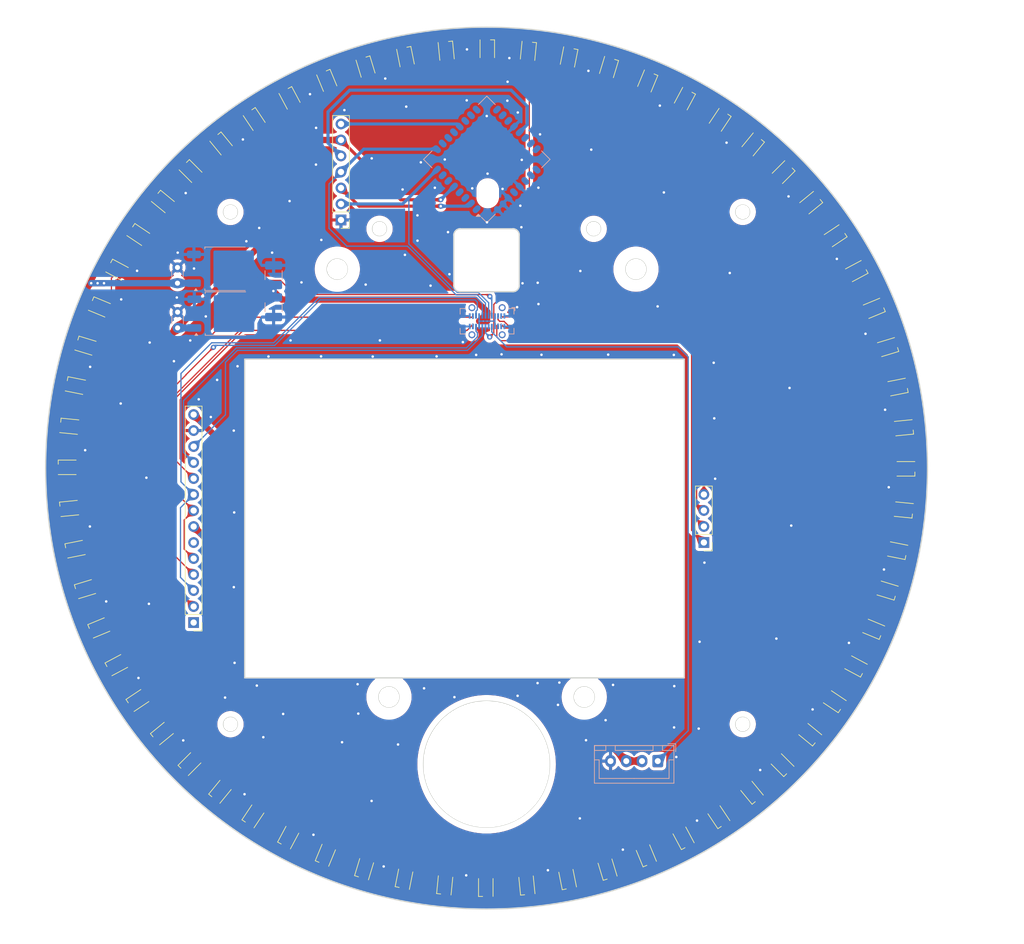
<source format=kicad_pcb>
(kicad_pcb (version 20221018) (generator pcbnew)
  (layers (0 "F.Cu" signal) (31 "B.Cu" signal) (34 "B.Paste" user) (35 "F.Paste" user) (36 "B.SilkS" user "B.Silkscreen") (37 "F.SilkS" user "F.Silkscreen") (38 "B.Mask" user) (39 "F.Mask" user) (44 "Edge.Cuts" user))
  (net 0 "")
  (net 1 "+12V")
  (net 2 "GND")
  (net 3 "+3.3V")
  (net 4 "+5V")
  (net 5 "Net-(D1-DOUT)")
  (net 6 "/PWM")
  (net 7 "Net-(D10-DIN)")
  (net 8 "/A")
  (net 9 "Net-(D11-DIN)")
  (net 10 "/B")
  (net 11 "Net-(D12-DIN)")
  (net 12 "/C")
  (net 13 "Net-(D13-DIN)")
  (net 14 "/D")
  (net 15 "Net-(D14-DIN)")
  (net 16 "/E")
  (net 17 "Net-(D15-DIN)")
  (net 18 "/F")
  (net 19 "Net-(D16-DIN)")
  (net 20 "/G")
  (net 21 "Net-(D17-DIN)")
  (net 22 "Net-(D10-DOUT)")
  (net 23 "Net-(D11-DOUT)")
  (net 24 "Net-(D12-DOUT)")
  (net 25 "Net-(D13-DOUT)")
  (net 26 "Net-(D14-DOUT)")
  (net 27 "Net-(D15-DOUT)")
  (net 28 "Net-(D16-DOUT)")
  (net 29 "Net-(D17-DOUT)")
  (net 30 "Net-(D18-DOUT)")
  (net 31 "Net-(D19-DOUT)")
  (net 32 "Net-(D20-DOUT)")
  (net 33 "Net-(D21-DOUT)")
  (net 34 "Net-(D22-DOUT)")
  (net 35 "Net-(D23-DOUT)")
  (net 36 "Net-(D24-DOUT)")
  (net 37 "Net-(D25-DOUT)")
  (net 38 "Net-(D26-DOUT)")
  (net 39 "Net-(D27-DOUT)")
  (net 40 "Net-(D28-DOUT)")
  (net 41 "Net-(D29-DOUT)")
  (net 42 "Net-(D30-DOUT)")
  (net 43 "Net-(D31-DOUT)")
  (net 44 "Net-(D32-DOUT)")
  (net 45 "Net-(D33-DOUT)")
  (net 46 "Net-(D34-DOUT)")
  (net 47 "Net-(D35-DOUT)")
  (net 48 "Net-(D36-DOUT)")
  (net 49 "Net-(D37-DOUT)")
  (net 50 "Net-(D38-DOUT)")
  (net 51 "Net-(D39-DOUT)")
  (net 52 "Net-(D40-DOUT)")
  (net 53 "Net-(D41-DOUT)")
  (net 54 "Net-(D42-DOUT)")
  (net 55 "Net-(D43-DOUT)")
  (net 56 "Net-(D44-DOUT)")
  (net 57 "Net-(D45-DOUT)")
  (net 58 "Net-(D46-DOUT)")
  (net 59 "Net-(D47-DOUT)")
  (net 60 "Net-(D48-DOUT)")
  (net 61 "Net-(D49-DOUT)")
  (net 62 "Net-(D50-DOUT)")
  (net 63 "Net-(D51-DOUT)")
  (net 64 "Net-(D52-DOUT)")
  (net 65 "Net-(D53-DOUT)")
  (net 66 "Net-(D54-DOUT)")
  (net 67 "Net-(D55-DOUT)")
  (net 68 "Net-(D56-DOUT)")
  (net 71 "/MISO")
  (net 72 "/MOSI")
  (net 73 "/T_CS")
  (net 74 "/SCK")
  (net 76 "/DC")
  (net 77 "/RESET")
  (net 78 "/CS")
  (net 79 "/START")
  (net 80 "/SD＿SCK")
  (net 81 "/SD＿MISO")
  (net 82 "/SD＿MOSI")
  (net 83 "/SD＿CS")
  (net 84 "/TXD")
  (net 85 "/RXD")
  (net 87 "/PRG")
  (net 88 "/RST")
  (net 89 "/SET")
  (footprint "LED_SMD:LED_WS2812B-2020_PLCC4_2.0x2.0mm" (layer "F.Cu") (at 78.009257 76.448425 -11.25)
    (fp_text reference "D23" hide)
    (fp_text value "WS2812B" hide)
  )
  (footprint "LED_SMD:LED_WS2812B-2020_PLCC4_2.0x2.0mm" (layer "F.Cu") (at 207.022092 70.34282 -163.125)
    (fp_text reference "D42" hide)
    (fp_text value "WS2812B" hide)
  )
  (footprint "LED_SMD:LED_WS2812B-2020_PLCC4_2.0x2.0mm" (layer "F.Cu") (at 117.914266 28.001834 -67.5)
    (fp_text reference "D40" hide)
    (fp_text value "WS2812B" hide)
  )
  (footprint "Connector_PinHeader_2.54mm:PinHeader_1x04_P2.54mm_Vertical" (layer "F.Cu") (at 177.78 101.36 180)
    (fp_text reference "J3" hide)
    (fp_text value "Conn_01x04_Socket" hide)
  )
  (footprint "LED_SMD:LED_WS2812B-2020_PLCC4_2.0x2.0mm" (layer "F.Cu") (at 194.666583 131.879993 140.625)
    (fp_text reference "D59" hide)
    (fp_text value "WS2812B" hide)
  )
  (footprint "LED_SMD:LED_WS2812B-2020_PLCC4_2.0x2.0mm" (layer "F.Cu") (at 106.393507 34.133214 -56.25)
    (fp_text reference "D24" hide)
    (fp_text value "WS2812B" hide)
  )
  (footprint "LED_SMD:LED_WS2812B-2020_PLCC4_2.0x2.0mm" (layer "F.Cu") (at 100.954007 140.93986 50.625)
    (fp_text reference "D61" hide)
    (fp_text value "WS2812B" hide)
  )
  (footprint "LED_SMD:LED_WS2812B-2020_PLCC4_2.0x2.0mm" (layer "F.Cu") (at 91.894142 47.227287 -39.375)
    (fp_text reference "D63" hide)
    (fp_text value "WS2812B" hide)
  )
  (footprint "LED_SMD:LED_WS2812B-2020_PLCC4_2.0x2.0mm" (layer "F.Cu") (at 96.12109 136.543713 45)
    (fp_text reference "D6" hide)
    (fp_text value "WS2812B" hide)
  )
  (footprint "MountingHole:MountingHole_2.2mm_M2" (layer "F.Cu") (at 183.95 48.88)
    (fp_text reference "REF**" hide)
    (fp_text value "MountingHole_2.2mm_M2" hide)
  )
  (footprint "LED_SMD:LED_WS2812B-2020_PLCC4_2.0x2.0mm" (layer "F.Cu") (at 209.545158 83.147346 -174.375)
    (fp_text reference "D58" hide)
    (fp_text value "WS2812B" hide)
  )
  (footprint "LED_SMD:LED_WS2812B-2020_PLCC4_2.0x2.0mm" (layer "F.Cu") (at 156.150892 154.871428 101.25)
    (fp_text reference "D52" hide)
    (fp_text value "WS2812B" hide)
  )
  (footprint "MountingHole:MountingHole_3.2mm_M3" (layer "F.Cu") (at 119.59 57.97)
    (fp_text reference "REF**" hide)
    (fp_text value "MountingHole_3.2mm_M3" hide)
  )
  (footprint "LED_SMD:LED_WS2812B-2020_PLCC4_2.0x2.0mm" (layer "F.Cu") (at 136.874068 23.288845 -84.375)
    (fp_text reference "D64" hide)
    (fp_text value "WS2812B" hide)
  )
  (footprint "LED_SMD:LED_WS2812B-2020_PLCC4_2.0x2.0mm" (layer "F.Cu") (at 180.36617 34.26615 -123.75)
    (fp_text reference "D49" hide)
    (fp_text value "WS2812B" hide)
  )
  (footprint "LED_SMD:LED_WS2812B-2020_PLCC4_2.0x2.0mm" (layer "F.Cu") (at 149.924782 23.312297 -95.625)
    (fp_text reference "D9" hide)
    (fp_text value "WS2812B" hide)
  )
  (footprint "LED_SMD:LED_WS2812B-2020_PLCC4_2.0x2.0mm" (layer "F.Cu") (at 209.521705 96.198062 174.375)
    (fp_text reference "D11" hide)
    (fp_text value "WS2812B" hide)
  )
  (footprint "LED_SMD:LED_WS2812B-2020_PLCC4_2.0x2.0mm" (layer "F.Cu") (at 143.4 22.98 -90)
    (fp_text reference "D1" hide)
    (fp_text value "WS2812B" hide)
  )
  (footprint "LED_SMD:LED_WS2812B-2020_PLCC4_2.0x2.0mm" (layer "F.Cu") (at 162.49118 153.295372 106.875)
    (fp_text reference "D44" hide)
    (fp_text value "WS2812B" hide)
  )
  (footprint "LED_SMD:LED_WS2812B-2020_PLCC4_2.0x2.0mm" (layer "F.Cu") (at 81.820124 63.966477 -22.5)
    (fp_text reference "D39" hide)
    (fp_text value "WS2812B" hide)
  )
  (footprint "MountingHole:MountingHole_3.2mm_M3" (layer "F.Cu") (at 158.79 125.89)
    (fp_text reference "REF**" hide)
    (fp_text value "MountingHole_3.2mm_M3" hide)
  )
  (footprint "LED_SMD:LED_WS2812B-2020_PLCC4_2.0x2.0mm" (layer "F.Cu") (at 174.76847 30.897329 -118.125)
    (fp_text reference "D41" hide)
    (fp_text value "WS2812B" hide)
  )
  (footprint "LED_SMD:LED_WS2812B-2020_PLCC4_2.0x2.0mm" (layer "F.Cu") (at 130.40983 24.235855 -78.75)
    (fp_text reference "D56" hide)
    (fp_text value "WS2812B" hide)
  )
  (footprint "LED_SMD:LED_WS2812B-2020_PLCC4_2.0x2.0mm" (layer "F.Cu") (at 198.700787 52.666784 -146.25)
    (fp_text reference "D18" hide)
    (fp_text value "WS2812B" hide)
  )
  (footprint "LED_SMD:LED_WS2812B-2020_PLCC4_2.0x2.0mm" (layer "F.Cu") (at 180.167217 144.974068 123.75)
    (fp_text reference "D20" hide)
    (fp_text value "WS2812B" hide)
  )
  (footprint "LED_SMD:LED_WS2812B-2020_PLCC4_2.0x2.0mm" (layer "F.Cu") (at 174.557445 148.322748 118.125)
    (fp_text reference "D28" hide)
    (fp_text value "WS2812B" hide)
  )
  (footprint "MountingHole:MountingHole_3.2mm_M3" (layer "F.Cu") (at 127.79 125.89)
    (fp_text reference "REF**" hide)
    (fp_text value "MountingHole_3.2mm_M3" hide)
  )
  (footprint "LED_SMD:LED_WS2812B-2020_PLCC4_2.0x2.0mm" (layer "F.Cu") (at 81.728554 114.919735 22.5)
    (fp_text reference "D38" hide)
    (fp_text value "WS2812B" hide)
  )
  (footprint "Connector_PinHeader_2.54mm:PinHeader_1x14_P2.54mm_Vertical" (layer "F.Cu") (at 96.78 114.07 180)
    (fp_text reference "J1" hide)
    (fp_text value "Conn_01x14_Socket" hide)
  )
  (footprint "LED_SMD:LED_WS2812B-2020_PLCC4_2.0x2.0mm" (layer "F.Cu") (at 198.567852 126.63945 146.25)
    (fp_text reference "D51" hide)
    (fp_text value "WS2812B" hide)
  )
  (footprint "LED_SMD:LED_WS2812B-2020_PLCC4_2.0x2.0mm" (layer "F.Cu") (at 208.598148 76.683108 -168.75)
    (fp_text reference "D50" hide)
    (fp_text value "WS2812B" hide)
  )
  (footprint "LED_SMD:LED_WS2812B-2020_PLCC4_2.0x2.0mm" (layer "F.Cu") (at 162.720156 25.881368 -106.875)
    (fp_text reference "D25" hide)
    (fp_text value "WS2812B" hide)
  )
  (footprint "LED_SMD:LED_WS2812B-2020_PLCC4_2.0x2.0mm" (layer "F.Cu") (at 185.606713 38.167419 -129.375)
    (fp_text reference "D57" hide)
    (fp_text value "WS2812B" hide)
  )
  (footprint "LED_SMD:LED_WS2812B-2020_PLCC4_2.0x2.0mm" (layer "F.Cu") (at 77.015565 95.959933 5.625)
    (fp_text reference "D62" hide)
    (fp_text value "WS2812B" hide)
  )
  (footprint "LED_SMD:LED_WS2812B-2020_PLCC4_2.0x2.0mm" (layer "F.Cu") (at 204.832168 64.187543 -157.5)
    (fp_text reference "D34" hide)
    (fp_text value "WS2812B" hide)
  )
  (footprint "LED_SMD:LED_WS2812B-2020_PLCC4_2.0x2.0mm" (layer "F.Cu") (at 149.686654 155.818438 95.625)
    (fp_text reference "D60" hide)
    (fp_text value "WS2812B" hide)
  )
  (footprint "LED_SMD:LED_WS2812B-2020_PLCC4_2.0x2.0mm" (layer "F.Cu") (at 204.740601 115.140802 157.5)
    (fp_text reference "D35" hide)
    (fp_text value "WS2812B" hide)
  )
  (footprint "LED_SMD:LED_WS2812B-2020_PLCC4_2.0x2.0mm" (layer "F.Cu") (at 168.646457 151.105449 112.5)
    (fp_text reference "D36" hide)
    (fp_text value "WS2812B" hide)
  )
  (footprint "LED_SMD:LED_WS2812B-2020_PLCC4_2.0x2.0mm" (layer "F.Cu") (at 77.039019 82.909217 -5.625)
    (fp_text reference "D15" hide)
    (fp_text value "WS2812B" hide)
  )
  (footprint "LED_SMD:LED_WS2812B-2020_PLCC4_2.0x2.0mm" (layer "F.Cu") (at 76.706722 89.433999)
    (fp_text reference "D7" hide)
    (fp_text value "WS2812B" hide)
  )
  (footprint "LED_SMD:LED_WS2812B-2020_PLCC4_2.0x2.0mm" (layer "F.Cu") (at 111.79225 148.209951 61.875)
    (fp_text reference "D45" hide)
    (fp_text value "WS2812B" hide)
  )
  (footprint "MountingHole:MountingHole_2.2mm_M2" (layer "F.Cu") (at 126.29 51.56)
    (fp_text reference "REF**" hide)
    (fp_text value "MountingHole_2.2mm_M2" hide)
  )
  (footprint "Connector_PinHeader_2.54mm:PinHeader_1x07_P2.54mm_Vertical" (layer "F.Cu") (at 120.17 50.16 180)
    (fp_text reference "J5" hide)
    (fp_text value "Conn_01x07_Socket" hide)
  )
  (footprint "LED_SMD:LED_WS2812B-2020_PLCC4_2.0x2.0mm" (layer "F.Cu") (at 130.175146 154.824746 78.75)
    (fp_text reference "D21" hide)
    (fp_text value "WS2812B" hide)
  )
  (footprint "MountingHole:MountingHole_2.2mm_M2" (layer "F.Cu") (at 102.63 130.21)
    (fp_text reference "REF**" hide)
    (fp_text value "MountingHole_2.2mm_M2" hide)
  )
  (footprint "LED_SMD:LED_WS2812B-2020_PLCC4_2.0x2.0mm" (layer "F.Cu") (at 87.992873 52.46783 -33.75)
    (fp_text reference "D55" hide)
    (fp_text value "WS2812B" hide)
  )
  (footprint "LED_SMD:LED_WS2812B-2020_PLCC4_2.0x2.0mm" (layer "F.Cu") (at 194.818378 47.412253 -140.625)
    (fp_text reference "D10" hide)
    (fp_text value "WS2812B" hide)
  )
  (footprint "MountingHole:MountingHole_2.2mm_M2" (layer "F.Cu") (at 183.95 130.2)
    (fp_text reference "REF**" hide)
    (fp_text value "MountingHole_2.2mm_M2" hide)
  )
  (footprint "LED_SMD:LED_WS2812B-2020_PLCC4_2.0x2.0mm" (layer "F.Cu") (at 84.511255 120.830722 28.125)
    (fp_text reference "D30" hide)
    (fp_text value "WS2812B" hide)
  )
  (footprint "LED_SMD:LED_WS2812B-2020_PLCC4_2.0x2.0mm" (layer "F.Cu") (at 168.867522 28.093401 -112.5)
    (fp_text reference "D33" hide)
    (fp_text value "WS2812B" hide)
  )
  (footprint "LED_SMD:LED_WS2812B-2020_PLCC4_2.0x2.0mm" (layer "F.Cu") (at 143.16072 156.127281 90)
    (fp_text reference "D5" hide)
    (fp_text value "WS2812B" hide)
  )
  (footprint "MountingHole:MountingHole_3.2mm_M3" (layer "F.Cu") (at 143.29 136.57)
    (fp_text reference "REF**" hide)
    (fp_text value "MountingHole_3.2mm_M3" hide)
  )
  (footprint "LED_SMD:LED_WS2812B-2020_PLCC4_2.0x2.0mm" (layer "F.Cu") (at 206.952634 108.993436 163.125)
    (fp_text reference "D27" hide)
    (fp_text value "WS2812B" hide)
  )
  (footprint "LED_SMD:LED_WS2812B-2020_PLCC4_2.0x2.0mm" (layer "F.Cu") (at 79.608091 70.113843 -16.875)
    (fp_text reference "D31" hide)
    (fp_text value "WS2812B" hide)
  )
  (footprint "LED_SMD:LED_WS2812B-2020_PLCC4_2.0x2.0mm" (layer "F.Cu") (at 124.069543 25.811911 -73.125)
    (fp_text reference "D48" hide)
    (fp_text value "WS2812B" hide)
  )
  (footprint "LED_SMD:LED_WS2812B-2020_PLCC4_2.0x2.0mm" (layer "F.Cu") (at 136.635938 155.794984 84.375)
    (fp_text reference "D13" hide)
    (fp_text value "WS2812B" hide)
  )
  (footprint "LED_SMD:LED_WS2812B-2020_PLCC4_2.0x2.0mm" (layer "F.Cu") (at 185.421749 141.091659 129.375)
    (fp_text reference "D12" hide)
    (fp_text value "WS2812B" hide)
  )
  (footprint "MountingHole:MountingHole_2.2mm_M2" (layer "F.Cu") (at 102.62 48.89)
    (fp_text reference "REF**" hide)
    (fp_text value "MountingHole_2.2mm_M2" hide)
  )
  (footprint "LED_SMD:LED_WS2812B-2020_PLCC4_2.0x2.0mm" (layer "F.Cu") (at 106.19455 144.84113 56.25)
    (fp_text reference "D53" hide)
    (fp_text value "WS2812B" hide)
  )
  (footprint "LED_SMD:LED_WS2812B-2020_PLCC4_2.0x2.0mm" (layer "F.Cu") (at 101.138976 38.015622 -50.625)
    (fp_text reference "D16" hide)
    (fp_text value "WS2812B" hide)
  )
  (footprint "LED_SMD:LED_WS2812B-2020_PLCC4_2.0x2.0mm" (layer "F.Cu") (at 96.290289 42.39437 -45)
    (fp_text reference "D8" hide)
    (fp_text value "WS2812B" hide)
  )
  (footprint "LED_SMD:LED_WS2812B-2020_PLCC4_2.0x2.0mm" (layer "F.Cu") (at 123.840564 153.225912 73.125)
    (fp_text reference "D29" hide)
    (fp_text value "WS2812B" hide)
  )
  (footprint "LED_SMD:LED_WS2812B-2020_PLCC4_2.0x2.0mm" (layer "F.Cu") (at 91.742342 131.695026 39.375)
    (fp_text reference "D14" hide)
    (fp_text value "WS2812B" hide)
  )
  (footprint "MountingHole:MountingHole_2.2mm_M2" (layer "F.Cu") (at 160.29 51.57)
    (fp_text reference "REF**" hide)
    (fp_text value "MountingHole_2.2mm_M2" hide)
  )
  (footprint "LED_SMD:LED_WS2812B-2020_PLCC4_2.0x2.0mm" (layer "F.Cu") (at 202.049467 58.276556 -151.875)
    (fp_text reference "D26" hide)
    (fp_text value "WS2812B" hide)
  )
  (footprint "LED_SMD:LED_WS2812B-2020_PLCC4_2.0x2.0mm" (layer "F.Cu") (at 209.854002 89.67328 180)
    (fp_text reference "D3" hide)
    (fp_text value "WS2812B" hide)
  )
  (footprint "LED_SMD:LED_WS2812B-2020_PLCC4_2.0x2.0mm" (layer "F.Cu") (at 156.385574 24.282534 -101.25)
    (fp_text reference "D17" hide)
    (fp_text value "WS2812B" hide)
  )
  (footprint "LED_SMD:LED_WS2812B-2020_PLCC4_2.0x2.0mm" (layer "F.Cu") (at 208.551468 102.658854 168.75)
    (fp_text reference "D19" hide)
    (fp_text value "WS2812B" hide)
  )
  (footprint "LED_SMD:LED_WS2812B-2020_PLCC4_2.0x2.0mm" (layer "F.Cu") (at 79.538631 108.764458 16.875)
    (fp_text reference "D46" hide)
    (fp_text value "WS2812B" hide)
  )
  (footprint "LED_SMD:LED_WS2812B-2020_PLCC4_2.0x2.0mm" (layer "F.Cu") (at 117.693198 151.013879 67.5)
    (fp_text reference "D37" hide)
    (fp_text value "WS2812B" hide)
  )
  (footprint "MountingHole:MountingHole_3.2mm_M3" (layer "F.Cu") (at 167 57.97)
    (fp_text reference "REF**" hide)
    (fp_text value "MountingHole_3.2mm_M3" hide)
  )
  (footprint "LED_SMD:LED_WS2812B-2020_PLCC4_2.0x2.0mm" (layer "F.Cu") (at 190.43963 42.563566 -135)
    (fp_text reference "D2" hide)
    (fp_text value "WS2812B" hide)
  )
  (footprint "LED_SMD:LED_WS2812B-2020_PLCC4_2.0x2.0mm" (layer "F.Cu") (at 77.962575 102.424171 11.25)
    (fp_text reference "D54" hide)
    (fp_text value "WS2812B" hide)
  )
  (footprint "LED_SMD:LED_WS2812B-2020_PLCC4_2.0x2.0mm" (layer "F.Cu") (at 112.003279 30.784535 -61.875)
    (fp_text reference "D32" hide)
    (fp_text value "WS2812B" hide)
  )
  (footprint "LED_SMD:LED_WS2812B-2020_PLCC4_2.0x2.0mm" (layer "F.Cu") (at 84.624052 58.06553 -28.125)
    (fp_text reference "D47" hide)
    (fp_text value "WS2812B" hide)
  )
  (footprint "LED_SMD:LED_WS2812B-2020_PLCC4_2.0x2.0mm" (layer "F.Cu") (at 87.859934 126.440494 33.75)
    (fp_text reference "D22" hide)
    (fp_text value "WS2812B" hide)
  )
  (footprint "LED_SMD:LED_WS2812B-2020_PLCC4_2.0x2.0mm" (layer "F.Cu") (at 190.270436 136.712911 135)
    (fp_text reference "D4" hide)
    (fp_text value "WS2812B" hide)
  )
  (footprint "LED_SMD:LED_WS2812B-2020_PLCC4_2.0x2.0mm" (layer "F.Cu") (at 201.936673 121.04175 151.875)
    (fp_text reference "D43" hide)
    (fp_text value "WS2812B" hide)
  )
  (footprint "Connector_JST:JST_XH_B4B-XH-A_1x04_P2.50mm_Vertical" (layer "B.Cu") (at 170.46 136.065 180)
    (fp_text reference "J2" hide)
    (fp_text value "Conn_01x04_Socket" hide)
  )
  (footprint "Capacitor_THT:C_Disc_D3.0mm_W1.6mm_P2.50mm" (layer "B.Cu") (at 94.234 67.29 90)
    (fp_text reference "C2" hide)
    (fp_text value "C" hide)
  )
  (footprint "Capacitor_SMD:C_1210_3225Metric_Pad1.33x2.70mm_HandSolder" (layer "B.Cu") (at 109.474 64.008 -90)
    (fp_text reference "C1" hide)
    (fp_text value "C" hide)
  )
  (footprint "Connector_USB:USB_C_Receptacle_GCT_USB4115-03-C" (layer "B.Cu") (at 143.36 66.235 180)
    (fp_text reference "J4" hide)
    (fp_text value "UJ32-C-V-G-TH-5-P24-TR" hide)
  )
  (footprint "Package_TO_SOT_SMD:TO-252-2" (layer "B.Cu") (at 101.864 57.912)
    (fp_text reference "U2" hide)
    (fp_text value "AZ1084-5.0" hide)
  )
  (footprint "Capacitor_SMD:C_1210_3225Metric_Pad1.33x2.70mm_HandSolder" (layer "B.Cu") (at 109.474 58.928 90)
    (fp_text reference "C3" hide)
    (fp_text value "C" hide)
  )
  (footprint "Package_TO_SOT_SMD:TO-252-2" (layer "B.Cu") (at 101.932 65.0215)
    (fp_text reference "U1" hide)
    (fp_text value "AZ1084-3.3" hide)
  )
  (footprint "Capacitor_THT:C_Disc_D3.0mm_W1.6mm_P2.50mm" (layer "B.Cu") (at 94.214 60.198 90)
    (fp_text reference "C4" hide)
    (fp_text value "C" hide)
  )
  (footprint "RF_Module:MonoWireless_TWE-L-WX" (layer "B.Cu") (at 143.320015 40.543836 45)
    (fp_text reference "U3" hide)
    (fp_text value "TWE-L-WX" hide)
  )
  (gr_circle (center 119.566096 57.964344) (end 117.966096 57.964344) (stroke (width 0.2)) (fill none) (layer "Edge.Cuts"))
  (gr_line (start 148.480361 52.55364) (end 148.480361 60.55364) (stroke (width 0.2)) (layer "Edge.Cuts"))
  (gr_line (start 139.080361 51.55364) (end 147.480361 51.55364) (stroke (width 0.2)) (layer "Edge.Cuts"))
  (gr_circle (center 126.280361 51.55364) (end 125.180361 51.55364) (stroke (width 0.2)) (fill none) (layer "Edge.Cuts"))
  (gr_arc (start 147.480361 51.55364) (mid 148.187468 51.846533) (end 148.480361 52.55364) (stroke (width 0.2)) (layer "Edge.Cuts"))
  (gr_circle (center 183.939001 48.895) (end 182.839002 48.895) (stroke (width 0.2)) (fill none) (layer "Edge.Cuts"))
  (gr_arc (start 139.080361 61.553641) (mid 138.373254 61.260747) (end 138.080361 60.55364) (stroke (width 0.2)) (layer "Edge.Cuts"))
  (gr_line (start 147.480361 61.553641) (end 139.080361 61.553641) (stroke (width 0.2)) (layer "Edge.Cuts"))
  (gr_circle (center 143.280361 89.55364) (end 73.280361 89.55364) (stroke (width 0.2)) (fill none) (layer "Edge.Cuts"))
  (gr_line (start 174.680361 72.25364) (end 174.680361 122.85364) (stroke (width 0.2)) (layer "Edge.Cuts"))
  (gr_arc (start 138.080361 52.55364) (mid 138.373255 51.846534) (end 139.080361 51.55364) (stroke (width 0.2)) (layer "Edge.Cuts"))
  (gr_circle (center 160.280361 51.55364) (end 159.180361 51.55364) (stroke (width 0.2)) (fill none) (layer "Edge.Cuts"))
  (gr_line (start 138.080361 60.55364) (end 138.080361 52.55364) (stroke (width 0.2)) (layer "Edge.Cuts"))
  (gr_circle (center 127.780361 125.885444) (end 126.180361 125.885444) (stroke (width 0.2)) (fill none) (layer "Edge.Cuts"))
  (gr_circle (center 183.939001 130.21228) (end 182.839002 130.21228) (stroke (width 0.2)) (fill none) (layer "Edge.Cuts"))
  (gr_circle (center 143.280361 136.55364) (end 133.280361 136.55364) (stroke (width 0.2)) (fill none) (layer "Edge.Cuts"))
  (gr_line (start 104.880361 122.85364) (end 104.880361 72.25364) (stroke (width 0.2)) (layer "Edge.Cuts"))
  (gr_line (start 174.680361 122.85364) (end 104.880361 122.85364) (stroke (width 0.2)) (layer "Edge.Cuts"))
  (gr_circle (center 158.780361 125.885444) (end 157.180361 125.885444) (stroke (width 0.2)) (fill none) (layer "Edge.Cuts"))
  (gr_circle (center 166.994626 57.964344) (end 165.394626 57.964344) (stroke (width 0.2)) (fill none) (layer "Edge.Cuts"))
  (gr_arc (start 148.480361 60.55364) (mid 148.187468 61.260747) (end 147.480361 61.553641) (stroke (width 0.2)) (layer "Edge.Cuts"))
  (gr_line (start 104.880361 72.25364) (end 174.680361 72.25364) (stroke (width 0.2)) (layer "Edge.Cuts"))
  (gr_circle (center 102.621721 130.21228) (end 101.521721 130.212281) (stroke (width 0.2)) (fill none) (layer "Edge.Cuts"))
  (gr_circle (center 102.621721 48.895) (end 101.521721 48.894999) (stroke (width 0.2)) (fill none) (layer "Edge.Cuts"))
  (segment (start 141.442767 62.8) (end 143.37 64.727233) (width 1) (layer "F.Cu") (net 1))
  (segment (start 143.37 64.96) (end 142.11 66.22) (width 1) (layer "F.Cu") (net 1))
  (segment (start 143.37 66.22) (end 142.11 66.22) (width 1) (layer "F.Cu") (net 1))
  (segment (start 143.37 64.727233) (end 143.37 66.22) (width 1) (layer "F.Cu") (net 1))
  (segment (start 143.37 64.727233) (end 143.37 65.279998) (width 1) (layer "F.Cu") (net 1))
  (segment (start 109.44 61.44) (end 110.8 62.8) (width 1) (layer "F.Cu") (net 1))
  (segment (start 143.37 64.727233) (end 143.37 64.96) (width 1) (layer "F.Cu") (net 1))
  (segment (start 110.8 62.8) (end 141.442767 62.8) (width 1) (layer "F.Cu") (net 1))
  (via micro (at 142.76 66.22) (size 0.3) (drill 0.1) (layers "F.Cu" "B.Cu") (net 1))
  (via micro (at 142.11 66.22) (size 0.3) (drill 0.1) (layers "F.Cu" "B.Cu") (net 1))
  (via micro (at 143.37 66.22) (size 0.3) (drill 0.1) (layers "F.Cu" "B.Cu") (net 1))
  (via (at 109.44 61.44) (size 0.8) (drill 0.4) (layers "F.Cu" "B.Cu") (net 1))
  (segment (start 101.449 59.85725) (end 102.85175 61.26) (width 1) (layer "B.Cu") (net 1))
  (segment (start 109.44 61.44) (end 106.802 61.44) (width 1) (layer "B.Cu") (net 1))
  (segment (start 109.474 61.406) (end 109.44 61.44) (width 1) (layer "B.Cu") (net 1))
  (segment (start 103.452 61.44) (end 102.961 60.949) (width 1) (layer "B.Cu") (net 1))
  (segment (start 104.799 59.437) (end 103.274 57.912) (width 1) (layer "B.Cu") (net 1))
  (segment (start 104.579 62.4455) (end 103.5735 61.44) (width 1) (layer "B.Cu") (net 1))
  (segment (start 108.121 59.709) (end 107.681 59.269) (width 1) (layer "B.Cu") (net 1))
  (segment (start 106.796 58.384) (end 104.799 56.387) (width 1) (layer "B.Cu") (net 1))
  (segment (start 108.9025 60.4905) (end 108.121 59.709) (width 1) (layer "B.Cu") (net 1))
  (segment (start 103.274 57.912) (end 103.124 57.912) (width 1) (layer "B.Cu") (net 1))
  (segment (start 106.81 64.19) (end 107.01675 64.39675) (width 1) (layer "B.Cu") (net 1))
  (segment (start 106.81 62.53) (end 107.84675 63.56675) (width 1) (layer "B.Cu") (net 1))
  (segment (start 144.61 67.07) (end 144.61 66.21) (width 0.2) (layer "B.Cu") (net 1))
  (segment (start 107.681 59.269) (end 106.796 58.384) (width 1) (layer "B.Cu") (net 1))
  (segment (start 101.449 59.437) (end 101.449 60.879) (width 1) (layer "B.Cu") (net 1))
  (segment (start 107.01675 64.39675) (end 104.867 66.5465) (width 1) (layer "B.Cu") (net 1))
  (segment (start 105.49 62) (end 104.93 61.44) (width 1) (layer "B.Cu") (net 1))
  (segment (start 106.81 62) (end 106.81 62.4455) (width 1) (layer "B.Cu") (net 1))
  (segment (start 106.47 60.48) (end 107.02 59.93) (width 1) (layer "B.Cu") (net 1))
  (segment (start 109.474 61.474) (end 109.474 62.4455) (width 1) (layer "B.Cu") (net 1))
  (segment (start 109.474 62.4455) (end 105.9355 62.4455) (width 1) (layer "B.Cu") (net 1))
  (segment (start 106.47 58.71) (end 106.796 58.384) (width 1) (layer "B.Cu") (net 1))
  (segment (start 106.81 62.4455) (end 104.579 62.4455) (width 1) (layer "B.Cu") (net 1))
  (segment (start 144.61 66.21) (end 144.61 65.4) (width 0.2) (layer "B.Cu") (net 1))
  (segment (start 109.474 62.4455) (end 108.968 62.4455) (width 1) (layer "B.Cu") (net 1))
  (segment (start 105.394 60.949) (end 105.8525 60.4905) (width 1) (layer "B.Cu") (net 1))
  (segment (start 142.11 66.22) (end 144.6 66.22) (width 0.2) (layer "B.Cu") (net 1))
  (segment (start 102.85175 61.26) (end 102.85175 62.16175) (width 1) (layer "B.Cu") (net 1))
  (segment (start 104.93 61.44) (end 103.5735 61.44) (width 1) (layer "B.Cu") (net 1))
  (segment (start 109.44 61.44) (end 103.452 61.44) (width 1) (layer "B.Cu") (net 1))
  (segment (start 108.968 62.4455) (end 107.84675 63.56675) (width 1) (layer "B.Cu") (net 1))
  (segment (start 105.9355 62.4455) (end 104.93 61.44) (width 1) (layer "B.Cu") (net 1))
  (segment (start 107.02 59.93) (end 107.241 59.709) (width 1) (layer "B.Cu") (net 1))
  (segment (start 103.5735 61.44) (end 102.85175 62.16175) (width 1) (layer "B.Cu") (net 1))
  (segment (start 101.517 63.4965) (end 101.517 62.463) (width 1) (layer "B.Cu") (net 1))
  (segment (start 109.474 60.4905) (end 109.474 61.406) (width 1) (layer "B.Cu") (net 1))
  (segment (start 107.241 59.709) (end 108.121 59.709) (width 1) (layer "B.Cu") (net 1))
  (segment (start 107.84675 63.56675) (end 107.01675 64.39675) (width 1) (layer "B.Cu") (net 1))
  (segment (start 101.517 62.463) (end 102.275 61.705) (width 1) (layer "B.Cu") (net 1))
  (segment (start 101.449 59.437) (end 101.449 63.4285) (width 1) (layer "B.Cu") (net 1))
  (segment (start 142.11 67.07) (end 142.11 66.22) (width 0.2) (layer "B.Cu") (net 1))
  (segment (start 109.44 61.44) (end 108.88 62) (width 1) (layer "B.Cu") (net 1))
  (segment (start 109.44 61.44) (end 109.474 61.474) (width 1) (layer "B.Cu") (net 1))
  (segment (start 106.81 62) (end 106.81 62.53) (width 1) (layer "B.Cu") (net 1))
  (segment (start 144.6 66.22) (end 144.61 66.21) (width 0.2) (layer "B.Cu") (net 1))
  (segment (start 142.11 66.22) (end 142.11 65.4) (width 0.2) (layer "B.Cu") (net 1))
  (segment (start 102.961 60.949) (end 101.449 59.437) (width 1) (layer "B.Cu") (net 1))
  (segment (start 101.449 59.437) (end 101.449 59.85725) (width 1) (layer "B.Cu") (net 1))
  (segment (start 106.25 61.44) (end 106.81 62) (width 1) (layer "B.Cu") (net 1))
  (segment (start 106.802 61.44) (end 104.799 59.437) (width 1) (layer "B.Cu") (net 1))
  (segment (start 106.47 60.4905) (end 106.47 58.71) (width 1) (layer "B.Cu") (net 1))
  (segment (start 108.88 62) (end 105.49 62) (width 1) (layer "B.Cu") (net 1))
  (segment (start 107.02 59.93) (end 107.681 59.269) (width 1) (layer "B.Cu") (net 1))
  (segment (start 101.449 60.879) (end 102.275 61.705) (width 1) (layer "B.Cu") (net 1))
  (segment (start 101.449 59.437) (end 102.85175 60.83975) (width 1) (layer "B.Cu") (net 1))
  (segment (start 106.81 62) (end 106.81 64.19) (width 1) (layer "B.Cu") (net 1))
  (segment (start 106.47 60.4905) (end 105.8525 60.4905) (width 1) (layer "B.Cu") (net 1))
  (segment (start 106.47 60.4905) (end 106.47 60.48) (width 1) (layer "B.Cu") (net 1))
  (segment (start 109.474 60.4905) (end 106.47 60.4905) (width 1) (layer "B.Cu") (net 1))
  (segment (start 102.85175 60.83975) (end 102.85175 61.26) (width 1) (layer "B.Cu") (net 1))
  (segment (start 106.81 62.4455) (end 105.768 62.4455) (width 1) (layer "B.Cu") (net 1))
  (segment (start 109.474 60.4905) (end 108.9025 60.4905) (width 1) (layer "B.Cu") (net 1))
  (segment (start 102.275 61.705) (end 102.79175 62.22175) (width 1) (layer "B.Cu") (net 1))
  (segment (start 102.79175 62.22175) (end 101.517 63.4965) (width 1) (layer "B.Cu") (net 1))
  (segment (start 105.8525 60.4905) (end 104.799 59.437) (width 1) (layer "B.Cu") (net 1))
  (segment (start 101.449 63.4285) (end 101.517 63.4965) (width 1) (layer "B.Cu") (net 1))
  (segment (start 102.85175 62.16175) (end 102.79175 62.22175) (width 1) (layer "B.Cu") (net 1))
  (segment (start 102.961 60.949) (end 105.394 60.949) (width 1) (layer "B.Cu") (net 1))
  (segment (start 105.768 62.4455) (end 103.192 65.0215) (width 1) (layer "B.Cu") (net 1))
  (via (at 158.09 145.16) (size 0.8) (drill 0.4) (layers "F.Cu" "B.Cu") (net 2))
  (via (at 103.22 96.59) (size 0.8) (drill 0.4) (layers "F.Cu" "B.Cu") (net 2))
  (via (at 94.11 62.47) (size 0.8) (drill 0.4) (layers "F.Cu" "B.Cu") (net 2))
  (via (at 148.87 40.62) (size 0.8) (drill 0.4) (layers "F.Cu" "B.Cu") (net 2))
  (via (at 120.71 32.72) (size 0.8) (drill 0.4) (layers "F.Cu" "B.Cu") (net 2))
  (via (at 151.52 63.51) (size 0.8) (drill 0.4) (layers "F.Cu" "B.Cu") (net 2))
  (via (at 103.28 120.47) (size 0.8) (drill 0.4) (layers "F.Cu" "B.Cu") (net 2))
  (via (at 206.37 105.65) (size 0.8) (drill 0.4) (layers "F.Cu" "B.Cu") (net 2))
  (via (at 162.18 129.57) (size 0.8) (drill 0.4) (layers "F.Cu" "B.Cu") (net 2))
  (via (at 140.17 23.08) (size 0.8) (drill 0.4) (layers "F.Cu" "B.Cu") (net 2))
  (via (at 89.8 69.62) (size 0.8) (drill 0.4) (layers "F.Cu" "B.Cu") (net 2))
  (via (at 88.02 122.87) (size 0.8) (drill 0.4) (layers "F.Cu" "B.Cu") (net 2))
  (via (at 103.15 83.6) (size 0.8) (drill 0.4) (layers "F.Cu" "B.Cu") (net 2))
  (via (at 132.31 49.43) (size 0.8) (drill 0.4) (layers "F.Cu" "B.Cu") (net 2))
  (via (at 122.81 123.86) (size 0.8) (drill 0.4) (layers "F.Cu" "B.Cu") (net 2))
  (via (at 135.35 71.82) (size 0.8) (drill 0.4) (layers "F.Cu" "B.Cu") (net 2))
  (via (at 191.65 98.68) (size 0.8) (drill 0.4) (layers "F.Cu" "B.Cu") (net 2))
  (via (at 148.24 33.1) (size 0.8) (drill 0.4) (layers "F.Cu" "B.Cu") (net 2))
  (via (at 141.63 71.58) (size 0.8) (drill 0.4) (layers "F.Cu" "B.Cu") (net 2))
  (via (at 179.34 72.83) (size 0.8) (drill 0.4) (layers "F.Cu" "B.Cu") (net 2))
  (via (at 97.59 78.63) (size 0.8) (drill 0.4) (layers "F.Cu" "B.Cu") (net 2))
  (via (at 125.05 40.38) (size 0.8) (drill 0.4) (layers "F.Cu" "B.Cu") (net 2))
  (via (at 89.68 111.1) (size 0.8) (drill 0.4) (layers "F.Cu" "B.Cu") (net 2))
  (via (at 179.43 81.65) (size 0.8) (drill 0.4) (layers "F.Cu" "B.Cu") (net 2))
  (via (at 93.65 72.58) (size 0.8) (drill 0.4) (layers "F.Cu" "B.Cu") (net 2))
  (via (at 126.35 69.28) (size 0.8) (drill 0.4) (layers "F.Cu" "B.Cu") (net 2))
  (via (at 181.89 58.58) (size 0.8) (drill 0.4) (layers "F.Cu" "B.Cu") (net 2))
  (via (at 143.31 33.66) (size 0.8) (drill 0.4) (layers "F.Cu" "B.Cu") (net 2))
  (via (at 85.28 62.77) (size 0.8) (drill 0.4) (layers "F.Cu" "B.Cu") (net 2))
  (via (at 148.99 60.21) (size 0.8) (drill 0.4) (layers "F.Cu" "B.Cu") (net 2))
  (via (at 99.51 81.44) (size 0.8) (drill 0.4) (layers "F.Cu" "B.Cu") (net 2))
  (via (at 116.22 35.54) (size 0.8) (drill 0.4) (layers "F.Cu" "B.Cu") (net 2))
  (via (at 122.92 128.53) (size 0.8) (drill 0.4) (layers "F.Cu" "B.Cu") (net 2))
  (via (at 151.4 60.13) (size 0.8) (drill 0.4) (layers "F.Cu" "B.Cu") (net 2))
  (via (at 125.03 142.39) (size 0.8) (drill 0.4) (layers "F.Cu" "B.Cu") (net 2))
  (via (at 170.44 63.88) (size 0.8) (drill 0.4) (layers "F.Cu" "B.Cu") (net 2))
  (via (at 177.87 104.56) (size 0.8) (drill 0.4) (layers "F.Cu" "B.Cu") (net 2))
  (via (at 103.16 108.45) (size 0.8) (drill 0.4) (layers "F.Cu" "B.Cu") (net 2))
  (via (at 132.85 41.01) (size 0.8) (drill 0.4) (layers "F.Cu" "B.Cu") (net 2))
  (via (at 140.13 31.17) (size 0.8) (drill 0.4) (layers "F.Cu" "B.Cu") (net 2))
  (via (at 82.9 110.72) (size 0.8) (drill 0.4) (layers "F.Cu" "B.Cu") (net 2))
  (via (at 113.9 60.07) (size 0.8) (drill 0.4) (layers "F.Cu" "B.Cu") (net 2))
  (via (at 143.44 42.81) (size 0.8) (drill 0.4) (layers "F.Cu" "B.Cu") (net 2))
  (via (at 134.39 60.59) (size 0.8) (drill 0.4) (layers "F.Cu" "B.Cu") (net 2))
  (via (at 181.38 37.89) (size 0.8) (drill 0.4) (layers "F.Cu" "B.Cu") (net 2))
  (via (at 96.84 57.87) (size 0.8) (drill 0.4) (layers "F.Cu" "B.Cu") (net 2))
  (via (at 124.09 60.42) (size 0.8) (drill 0.4) (layers "F.Cu" "B.Cu") (net 2))
  (via (at 176.96 130.91) (size 0.8) (drill 0.4) (layers "F.Cu" "B.Cu") (net 2))
  (via (at 198.89 56.34) (size 0.8) (drill 0.4) (layers "F.Cu" "B.Cu") (net 2))
  (via (at 186.72 137.48) (size 0.8) (drill 0.4) (layers "F.Cu" "B.Cu") (net 2))
  (via (at 137.39 58.77) (size 0.8) (drill 0.4) (layers "F.Cu" "B.Cu") (net 2))
  (via (at 85.2 79.3) (size 0.8) (drill 0.4) (layers "F.Cu" "B.Cu") (net 2))
  (via (at 207.13 92.59) (size 0.8) (drill 0.4) (layers "F.Cu" "B.Cu") (net 2))
  (via (at 173.4 135.41) (size 0.8) (drill 0.4) (layers "F.Cu" "B.Cu") (net 2))
  (via (at 127.2 27.71) (size 0.8) (drill 0.4) (layers "F.Cu" "B.Cu") (net 2))
  (via (at 89.28 91.08) (size 0.8) (drill 0.4) (layers "F.Cu" "B.Cu") (net 2))
  (via (at 203.44 68.23) (size 0.8) (drill 0.4) (layers "F.Cu" "B.Cu") (net 2))
  (via (at 125.21 71.85) (size 0.8) (drill 0.4) (layers "F.Cu" "B.Cu") (net 2))
  (via (at 129.95 45.32) (size 0.8) (drill 0.4) (layers "F.Cu" "B.Cu") (net 2))
  (via (at 103.75 73.38) (size 0.8) (drill 0.4) (layers "F.Cu" "B.Cu") (net 2))
  (via (at 154.84 123.6) (size 0.8) (drill 0.4) (layers "F.Cu" "B.Cu") (net 2))
  (via (at 105.15 53.54) (size 0.8) (drill 0.4) (layers "F.Cu" "B.Cu") (net 2))
  (via (at 170.79 32.01) (size 0.8) (drill 0.4) (layers "F.Cu" "B.Cu") (net 2))
  (via (at 145.82 45.23) (size 0.8) (drill 0.4) (layers "F.Cu" "B.Cu") (net 2))
  (via (at 126.95 152.79) (size 0.8) (drill 0.4) (layers "F.Cu" "B.Cu") (net 2))
  (via (at 143.35 50.53) (size 0.8) (drill 0.4) (layers "F.Cu" "B.Cu") (net 2))
  (via (at 100.51 75.55) (size 0.8) (drill 0.4) (layers "F.Cu" "B.Cu") (net 2))
  (via (at 148.81 51.31) (size 0.8) (drill 0.4) (layers "F.Cu" "B.Cu") (net 2))
  (via (at 140.05 154.2) (size 0.8) (drill 0.4) (layers "F.Cu" "B.Cu") (net 2))
  (via (at 117.01 71.82) (size 0.8) (drill 0.4) (layers "F.Cu" "B.Cu") (net 2))
  (via (at 109.24 55.35) (size 0.8) (drill 0.4) (layers "F.Cu" "B.Cu") (net 2))
  (via (at 141.01 45.14) (size 0.8) (drill 0.4) (layers "F.Cu" "B.Cu") (net 2))
  (via (at 179.57 91.24) (size 0.8) (drill 0.4) (layers "F.Cu" "B.Cu") (net 2))
  (via (at 191.38 76.83) (size 0.8) (drill 0.4) (layers "F.Cu" "B.Cu") (net 2))
  (via (at 130.53 32.17) (size 0.8) (drill 0.4) (layers "F.Cu" "B.Cu") (net 2))
  (via (at 79.56 86.71) (size 0.8) (drill 0.4) (layers "F.Cu" "B.Cu") (net 2))
  (via (at 106.81 124.08) (size 0.8) (drill 0.4) (layers "F.Cu" "B.Cu") (net 2))
  (via (at 159.45 26.49) (size 0.8) (drill 0.4) (layers "F.Cu" "B.Cu") (net 2))
  (via (at 171.43 45.79) (size 0.8) (drill 0.4) (layers "F.Cu" "B.Cu") (net 2))
  (via (at 200.81 117.3) (size 0.8) (drill 0.4) (layers "F.Cu" "B.Cu") (net 2))
  (via (at 117.05 53.33) (size 0.8) (drill 0.4) (layers "F.Cu" "B.Cu") (net 2))
  (via (at 129.23 133.43) (size 0.8) (drill 0.4) (layers "F.Cu" "B.Cu") (net 2))
  (via (at 112.16 69.28) (size 0.8) (drill 0.4) (layers "F.Cu" "B.Cu") (net 2))
  (via (at 148.13 64) (size 0.8) (drill 0.4) (layers "F.Cu" "B.Cu") (net 2))
  (via (at 96.24 69.29) (size 0.8) (drill 0.4) (layers "F.Cu" "B.Cu") (net 2))
  (via (at 191.22 46.42) (size 0.8) (drill 0.4) (layers "F.Cu" "B.Cu") (net 2))
  (via (at 133.36 124.51) (size 0.8) (drill 0.4) (layers "F.Cu" "B.Cu") (net 2))
  (via (at 80.35 73.48) (size 0.8) (drill 0.4) (layers "F.Cu" "B.Cu") (net 2))
  (via (at 162.59 71.54) (size 0.8) (drill 0.4) (layers "F.Cu" "B.Cu") (net 2))
  (via (at 151.77 36.57) (size 0.8) (drill 0.4) (layers "F.Cu" "B.Cu") (net 2))
  (via (at 152 71.56) (size 0.8) (drill 0.4) (layers "F.Cu" "B.Cu") (net 2))
  (via (at 176.69 145.51) (size 0.8) (drill 0.4) (layers "F.Cu" "B.Cu") (net 2))
  (via (at 146.62 28.22) (size 0.8) (drill 0.4) (layers "F.Cu" "B.Cu") (net 2))
  (via (at 112.01 47.16) (size 0.8) (drill 0.4) (layers "F.Cu" "B.Cu") (net 2))
  (via (at 163.36 123.97) (size 0.8) (drill 0.4) (layers "F.Cu" "B.Cu") (net 2))
  (via (at 87.8 58.23) (size 0.8) (drill 0.4) (layers "F.Cu" "B.Cu") (net 2))
  (via (at 146.9 24.46) (size 0.8) (drill 0.4) (layers "F.Cu" "B.Cu") (net 2))
  (via (at 159.07 132.75) (size 0.8) (drill 0.4) (layers "F.Cu" "B.Cu") (net 2))
  (via (at 104.86 141.32) (size 0.8) (drill 0.4) (layers "F.Cu" "B.Cu") (net 2))
  (via (at 107.19 51.43) (size 0.8) (drill 0.4) (layers "F.Cu" "B.Cu") (net 2))
  (via (at 164.92 150.12) (size 0.8) (drill 0.4) (layers "F.Cu" "B.Cu") (net 2))
  (via (at 145.66 71.49) (size 0.8) (drill 0.4) (layers "F.Cu" "B.Cu") (net 2))
  (via (at 120.34 133.07) (size 0.8) (drill 0.4) (layers "F.Cu" "B.Cu") (net 2))
  (via (at 177.1 117.12) (size 0.8) (drill 0.4) (layers "F.Cu" "B.Cu") (net 2))
  (via (at 173.08 124.16) (size 0.8) (drill 0.4) (layers "F.Cu" "B.Cu") (net 2))
  (via (at 80.31 98.82) (size 0.8) (drill 0.4) (layers "F.Cu" "B.Cu") (net 2))
  (via (at 154.62 127.14) (size 0.8) (drill 0.4) (layers "F.Cu" "B.Cu") (net 2))
  (via (at 115.8 147.76) (size 0.8) (drill 0.4) (layers "F.Cu" "B.Cu") (net 2))
  (via (at 104.6 37.38) (size 0.8) (drill 0.4) (layers "F.Cu" "B.Cu") (net 2))
  (via (at 173.01 71.58) (size 0.8) (drill 0.4) (layers "F.Cu" "B.Cu") (net 2))
  (via (at 151.38 123.68) (size 0.8) (drill 0.4) (layers "F.Cu" "B.Cu") (net 2))
  (via (at 101.77 125.98) (size 0.8) (drill 0.4) (layers "F.Cu" "B.Cu") (net 2))
  (via (at 95.52 45.89) (size 0.8) (drill 0.4) (layers "F.Cu" "B.Cu") (net 2))
  (via (at 110.99 128.58) (size 0.8) (drill 0.4) (layers "F.Cu" "B.Cu") (net 2))
  (via (at 135.07 45.05) (size 0.8) (drill 0.4) (layers "F.Cu" "B.Cu") (net 2))
  (via (at 107.84 132.27) (size 0.8) (drill 0.4) (layers "F.Cu" "B.Cu") (net 2))
  (via (at 94.25 55.35) (size 0.8) (drill 0.4) (layers "F.Cu" "B.Cu") (net 2))
  (via (at 132.32 53.45) (size 0.8) (drill 0.4) (layers "F.Cu" "B.Cu") (net 2))
  (via (at 130.32 55.7) (size 0.8) (drill 0.4) (layers "F.Cu" "B.Cu") (net 2))
  (via (at 138.18 125.91) (size 0.8) (drill 0.4) (layers "F.Cu" "B.Cu") (net 2))
  (via (at 136.65 40.56) (size 0.8) (drill 0.4) (layers "F.Cu" "B.Cu") (net 2))
  (via (at 189.29 116.62) (size 0.8) (drill 0.4) (layers "F.Cu" "B.Cu") (net 2))
  (via (at 95.13 132.78) (size 0.8) (drill 0.4) (layers "F.Cu" "B.Cu") (net 2))
  (via (at 158.17 58.26) (size 0.8) (drill 0.4) (layers "F.Cu" "B.Cu") (net 2))
  (via (at 151.51 45.04) (size 0.8) (drill 0.4) (layers "F.Cu" "B.Cu") (net 2))
  (via (at 206.55 80.29) (size 0.8) (drill 0.4) (layers "F.Cu" "B.Cu") (net 2))
  (via (at 148.64 47.9) (size 0.8) (drill 0.4) (layers "F.Cu" "B.Cu") (net 2))
  (via (at 108.66 71.84) (size 0.8) (drill 0.4) (layers "F.Cu" "B.Cu") (net 2))
  (via (at 98.71 65.47) (size 0.8) (drill 0.4) (layers "F.Cu" "B.Cu") (net 2))
  (via (at 116.2 41.37) (size 0.8) (drill 0.4) (layers "F.Cu" "B.Cu") (net 2))
  (via (at 159.9 39) (size 0.8) (drill 0.4) (layers "F.Cu" "B.Cu") (net 2))
  (via (at 173.05 130.72) (size 0.8) (drill 0.4) (layers "F.Cu" "B.Cu") (net 2))
  (via (at 146.58 31.23) (size 0.8) (drill 0.4) (layers "F.Cu" "B.Cu") (net 2))
  (via (at 139.52 69.55) (size 0.8) (drill 0.4) (layers "F.Cu" "B.Cu") (net 2))
  (via (at 137.16 52.09) (size 0.8) (drill 0.4) (layers "F.Cu" "B.Cu") (net 2))
  (via (at 153.02 153.39) (size 0.8) (drill 0.4) (layers "F.Cu" "B.Cu") (net 2))
  (via (at 115.25 30.19) (size 0.8) (drill 0.4) (layers "F.Cu" "B.Cu") (net 2))
  (via (at 148.21 125.7) (size 0.8) (drill 0.4) (layers "F.Cu" "B.Cu") (net 2))
  (via (at 195.04 127.86) (size 0.8) (drill 0.4) (layers "F.Cu" "B.Cu") (net 2))
  (segment (start 146.11 67.07) (end 146.76 67.07) (width 0.2) (layer "B.Cu") (net 2))
  (segment (start 146.11 65.4) (end 146.69 65.4) (width 0.2) (layer "B.Cu") (net 2))
  (segment (start 140.61 65.4) (end 139.82 65.4) (width 0.2) (layer "B.Cu") (net 2))
  (segment (start 140.61 67.07) (end 139.73 67.07) (width 0.2) (layer "B.Cu") (net 2))
  (segment (start 101.045 121.515) (end 91.94 112.41) (width 1) (layer "F.Cu") (net 3))
  (segment (start 109.23 43.07) (end 114.84 37.46) (width 1) (layer "F.Cu") (net 3))
  (segment (start 155.34 130.57) (end 148.86 124.09) (width 1) (layer "F.Cu") (net 3))
  (segment (start 94.234 67.29) (end 109.23 52.294) (width 1) (layer "F.Cu") (net 3))
  (segment (start 101.045 121.515) (end 100.63 121.1) (width 1) (layer "F.Cu") (net 3))
  (segment (start 136.01 46.95) (end 129.66 46.95) (width 0.5) (layer "F.Cu") (net 3))
  (segment (start 114.84 37.46) (end 120.17 37.46) (width 1) (layer "F.Cu") (net 3))
  (segment (start 96.78 98.83) (end 100.63 102.68) (width 1) (layer "F.Cu") (net 3))
  (segment (start 100.63 104.28) (end 100.63 84.9) (width 1) (layer "F.Cu") (net 3))
  (segment (start 131.01 130.53) (end 110.06 130.53) (width 1) (layer "F.Cu") (net 3))
  (segment (start 167.96 136.065) (end 165.46 136.065) (width 1) (layer "F.Cu") (net 3))
  (segment (start 91.94 69.584) (end 94.234 67.29) (width 1) (layer "F.Cu") (net 3))
  (segment (start 100.63 84.9) (end 96.78 81.05) (width 1) (layer "F.Cu") (net 3))
  (segment (start 100.63 121.1) (end 100.63 104.28) (width 1) (layer "F.Cu") (net 3))
  (segment (start 137.45 124.09) (end 131.01 130.53) (width 1) (layer "F.Cu") (net 3))
  (segment (start 159.965 130.57) (end 155.34 130.57) (width 1) (layer "F.Cu") (net 3))
  (segment (start 100.63 102.68) (end 100.63 104.28) (width 1) (layer "F.Cu") (net 3))
  (segment (start 148.86 124.09) (end 137.45 124.09) (width 1) (layer "F.Cu") (net 3))
  (segment (start 129.66 46.95) (end 120.17 37.46) (width 0.5) (layer "F.Cu") (net 3))
  (segment (start 165.46 136.065) (end 159.965 130.57) (width 1) (layer "F.Cu") (net 3))
  (segment (start 91.94 112.41) (end 91.94 69.584) (width 1) (layer "F.Cu") (net 3))
  (segment (start 110.06 130.53) (end 101.045 121.515) (width 1) (layer "F.Cu") (net 3))
  (segment (start 109.23 52.294) (end 109.23 43.07) (width 1) (layer "F.Cu") (net 3))
  (via (at 136.01 46.95) (size 0.8) (drill 0.4) (layers "F.Cu" "B.Cu") (net 3))
  (segment (start 96.892 67.3015) (end 94.2455 67.3015) (width 1) (layer "B.Cu") (net 3))
  (segment (start 138.102813 44.857187) (end 136.01 46.95) (width 0.5) (layer "B.Cu") (net 3))
  (segment (start 94.2455 67.3015) (end 94.234 67.29) (width 1) (layer "B.Cu") (net 3))
  (segment (start 138.108638 44.857187) (end 138.102813 44.857187) (width 0.5) (layer "B.Cu") (net 3))
  (segment (start 212.698506 92.873016) (end 212.599401 94.530355) (width 1) (layer "F.Cu") (net 4))
  (segment (start 88.02022 47.41428) (end 88.249773 47.10919) (width 1) (layer "F.Cu") (net 4))
  (segment (start 77.219138 75.730485) (end 75.288152 75.184) (width 1) (layer "F.Cu") (net 4))
  (segment (start 93.69995 138.187036) (end 93.69995 138.253536) (width 1) (layer "F.Cu") (net 4))
  (segment (start 199.79632 129.999201) (end 198.814017 131.337728) (width 1) (layer "F.Cu") (net 4))
  (segment (start 98.123753 142.375464) (end 97.314611 141.67894) (width 1) (layer "F.Cu") (net 4))
  (segment (start 80.518 60.198) (end 80.099061 60.616939) (width 1) (layer "F.Cu") (net 4))
  (segment (start 198.910535 47.901072) (end 199.79632 49.108079) (width 1) (layer "F.Cu") (net 4))
  (segment (start 181.331825 33.810919) (end 182.767853 32.374891) (width 1) (layer "F.Cu") (net 4))
  (segment (start 81.785157 121.922843) (end 81.188977 120.771536) (width 1) (layer "F.Cu") (net 4))
  (segment (start 160.086934 156.983225) (end 159.322539 157.174241) (width 1) (layer "F.Cu") (net 4))
  (segment (start 82.242389 56.33278) (end 82.601705 55.677705) (width 1) (layer "F.Cu") (net 4))
  (segment (start 212.75799 87.893481) (end 212.777822 89.55364) (width 1) (layer "F.Cu") (net 4))
  (segment (start 204.213419 56.1312) (end 204.994438 57.596329) (width 1) (layer "F.Cu") (net 4))
  (segment (start 105.232286 147.710677) (end 104.723764 147.369244) (width 1) (layer "F.Cu") (net 4))
  (segment (start 104.97521 31.56921) (end 105.232286 31.396603) (width 1) (layer "F.Cu") (net 4))
  (segment (start 73.82752 92.043585) (end 73.78784 90.383035) (width 1) (layer "F.Cu") (net 4))
  (segment (start 155.789968 155.876146) (end 155.956 157.734) (width 1) (layer "F.Cu") (net 4))
  (segment (start 174.868545 27.649814) (end 176.338261 28.422042) (width 1) (layer "F.Cu") (net 4))
  (segment (start 170.354506 25.546704) (end 171.355668 25.984354) (width 1) (layer "F.Cu") (net 4))
  (segment (start 117.296416 154.007305) (end 116.972715 153.879411) (width 1) (layer "F.Cu") (net 4))
  (segment (start 84.450952 126.553609) (end 83.58388 125.137728) (width 1) (layer "F.Cu") (net 4))
  (segment (start 92.550737 137.055244) (end 91.43051 135.829876) (width 1) (layer "F.Cu") (net 4))
  (segment (start 194.573736 136.445929) (end 193.798195 137.274172) (width 1) (layer "F.Cu") (net 4))
  (segment (start 112.433881 27.276905) (end 113.93037 26.557806) (width 1) (layer "F.Cu") (net 4))
  (segment (start 82.750889 55.405726) (end 83.58388 53.969552) (width 1) (layer "F.Cu") (net 4))
  (segment (start 180.218255 146.182255) (end 181.577686 147.541686) (width 1) (layer "F.Cu") (net 4))
  (segment (start 74.168 95.758) (end 74.030312 95.405997) (width 1) (layer "F.Cu") (net 4))
  (segment (start 132.941835 158.277812) (end 131.303112 158.011237) (width 1) (layer "F.Cu") (net 4))
  (segment (start 87.251546 130.671385) (end 86.721777 129.931121) (width 1) (layer "F.Cu") (net 4))
  (segment (start 211.895427 96.835099) (end 212.342328 97.282) (width 1) (layer "F.Cu") (net 4))
  (segment (start 180.631045 148.161007) (end 179.22036 149.036525) (width 1) (layer "F.Cu") (net 4))
  (segment (start 96.082594 140.56607) (end 94.877458 139.424033) (width 1) (layer "F.Cu") (net 4))
  (segment (start 200.746343 128.637625) (end 200.444388 129.070388) (width 1) (layer "F.Cu") (net 4))
  (segment (start 191.084107 39.108631) (end 192.275493 40.264959) (width 1) (layer "F.Cu") (net 4))
  (segment (start 101.16532 144.836733) (end 100.031054 143.951032) (width 1) (layer "F.Cu") (net 4))
  (segment (start 167.237631 154.790872) (end 165.701453 155.335034) (width 1) (layer "F.Cu") (net 4))
  (segment (start 124.825756 22.551217) (end 126.431595 22.129489) (width 1) (layer "F.Cu") (net 4))
  (segment (start 136.236091 158.693175) (end 134.586503 158.505172) (width 1) (layer "F.Cu") (net 4))
  (segment (start 208.362952 65.178379) (end 208.926673 66.740074) (width 1) (layer "F.Cu") (net 4))
  (segment (start 104.723764 147.369244) (end 103.85388 146.785184) (width 1) (layer "F.Cu") (net 4))
  (segment (start 110.955031 28.03153) (end 112.433881 27.276905) (width 1) (layer "F.Cu") (net 4))
  (segment (start 79.768772 117.770216) (end 79.112856 116.244994) (width 1) (layer "F.Cu") (net 4))
  (segment (start 164.314221 155.789439) (end 164.123688 155.851851) (width 1) (layer "F.Cu") (net 4))
  (segment (start 144.018 20.064304) (end 144.504754 20.067211) (width 1) (layer "F.Cu") (net 4))
  (segment (start 198.814017 131.337728) (end 197.800014 132.652415) (width 1) (layer "F.Cu") (net 4))
  (segment (start 174.715091 27.573806) (end 174.868545 27.649814) (width 1) (layer "F.Cu") (net 4))
  (segment (start 75.565157 105.191674) (end 75.210913 103.569607) (width 1) (layer "F.Cu") (net 4))
  (segment (start 212.75799 91.213799) (end 212.698506 92.873016) (width 1) (layer "F.Cu") (net 4))
  (segment (start 73.78784 90.383035) (end 73.784734 89.342956) (width 1) (layer "F.Cu") (net 4))
  (segment (start 176.804556 28.681444) (end 177.13097 28.86303) (width 1) (layer "F.Cu") (net 4))
  (segment (start 102.497964 145.827018) (end 101.16532 144.836733) (width 1) (layer "F.Cu") (net 4))
  (segment (start 187.349019 143.292364) (end 186.862061 143.682061) (width 1) (layer "F.Cu") (net 4))
  (segment (start 131.20498 157.992857) (end 129.671175 157.705582) (width 1) (layer "F.Cu") (net 4))
  (segment (start 123.230504 23.01117) (end 123.57142 22.912875) (width 1) (layer "F.Cu") (net 4))
  (segment (start 210.446976 107.392459) (end 210.391816 107.607719) (width 1) (layer "F.Cu") (net 4))
  (segment (start 197.788433 132.66671) (end 196.754932 133.942459) (width 1) (layer "F.Cu") (net 4))
  (segment (start 156.810447 21.390959) (end 157.70264 21.56912) (width 1) (layer "F.Cu") (net 4))
  (segment (start 92.573272 137.078741) (end 92.550737 137.055244) (width 1) (layer "F.Cu") (net 4))
  (segment (start 176.338261 28.422042) (end 177.789184 29.229198) (width 1) (layer "F.Cu") (net 4))
  (segment (start 75.857558 106.392225) (end 75.565157 105.191674) (width 1) (layer "F.Cu") (net 4))
  (segment (start 207.124459 117.009573) (end 206.907013 117.499013) (width 1) (layer "F.Cu") (net 4))
  (segment (start 74.895521 101.939548) (end 74.619159 100.302428) (width 1) (layer "F.Cu") (net 4))
  (segment (start 110.955031 151.07575) (end 109.494591 150.285994) (width 1) (layer "F.Cu") (net 4))
  (segment (start 96.082594 38.54121) (end 97.314611 37.42834) (width 1) (layer "F.Cu") (net 4))
  (segment (start 74.184132 82.096543) (end 74.025714 83.749255) (width 1) (layer "F.Cu") (net 4))
  (segment (start 120.075123 24.044755) (end 121.567329 23.536148) (width 1) (layer "F.Cu") (net 4))
  (segment (start 162.346419 22.724773) (end 162.533949 22.776425) (width 1) (layer "F.Cu") (net 4))
  (segment (start 150.561819 22.455612) (end 150.622 20.449386) (width 1) (layer "F.Cu") (net 4))
  (segment (start 177.789184 29.229198) (end 179.22036 30.070755) (width 1) (layer "F.Cu") (net 4))
  (segment (start 171.848245 152.9076) (end 170.354506 153.560576) (width 1) (layer "F.Cu") (net 4))
  (segment (start 212.698506 86.234264) (end 212.753602 87.771088) (width 1) (layer "F.Cu") (net 4))
  (segment (start 159.322539 157.174241) (end 157.70264 157.53816) (width 1) (layer "F.Cu") (net 4))
  (segment (start 114.629953 152.865298) (end 113.93037 152.549474) (width 1) (layer "F.Cu") (net 4))
  (segment (start 194.573736 42.661351) (end 195.679291 43.900062) (width 1) (layer "F.Cu") (net 4))
  (segment (start 212.717179 90.22328) (end 212.770459 90.17) (width 1) (layer "F.Cu") (net 4))
  (segment (start 102.497964 33.280262) (end 102.830337 33.045388) (width 1) (layer "F.Cu") (net 4))
  (segment (start 137.16 20.331111) (end 137.889716 20.265561) (width 1) (layer "F.Cu") (net 4))
  (segment (start 134.586503 158.505172) (end 132.941835 158.277812) (width 1) (layer "F.Cu") (net 4))
  (segment (start 94.457101 40.101101) (end 94.877458 39.683247) (width 1) (layer "F.Cu") (net 4))
  (segment (start 190.52853 137.748822) (end 191.712625 138.932917) (width 1) (layer "F.Cu") (net 4))
  (segment (start 201.451072 51.532928) (end 201.663613 51.853603) (width 1) (layer "F.Cu") (net 4))
  (segment (start 202.547527 125.848269) (end 201.663613 127.253677) (width 1) (layer "F.Cu") (net 4))
  (segment (start 212.282592 97.835504) (end 212.25671 98.031342) (width 1) (layer "F.Cu") (net 4))
  (segment (start 149.772227 158.744473) (end 149.498279 158.772384) (width 1) (layer "F.Cu") (net 4))
  (segment (start 196.754932 45.164821) (end 196.969786 45.430035) (width 1) (layer "F.Cu") (net 4))
  (segment (start 164.123688 23.255429) (end 165.701453 23.772246) (width 1) (layer "F.Cu") (net 4))
  (segment (start 74.025714 95.358025) (end 73.90682 93.701979) (width 1) (layer "F.Cu") (net 4))
  (segment (start 116.018296 153.475704) (end 115.307036 153.170964) (width 1) (layer "F.Cu") (net 4))
  (segment (start 211.721594 77.506905) (end 211.808272 77.98547) (width 1) (layer "F.Cu") (net 4))
  (segment (start 100.031054 143.951032) (end 99.856759 143.814932) (width 1) (layer "F.Cu") (net 4))
  (segment (start 157.103514 23.236486) (end 157.70264 21.56912) (width 1) (layer "F.Cu") (net 4))
  (segment (start 149.498279 20.334896) (end 151.149981 20.503179) (width 1) (layer "F.Cu") (net 4))
  (segment (start 112.057008 29.718309) (end 110.955031 28.03153) (width 1) (layer "F.Cu") (net 4))
  (segment (start 90.339845 44.529216) (end 91.43051 43.277404) (width 1) (layer "F.Cu") (net 4))
  (segment (start 198.814017 47.769552) (end 198.910535 47.901072) (width 1) (layer "F.Cu") (net 4))
  (segment (start 211.328 76.708) (end 211.51237 76.351744) (width 1) (layer "F.Cu") (net 4))
  (segment (start 199.79632 49.108079) (end 200.746343 50.469655) (width 1) (layer "F.Cu") (net 4))
  (segment (start 84.071616 53.173106) (end 84.450952 52.553671) (width 1) (layer "F.Cu") (net 4))
  (segment (start 144.525531 20.067335) (end 146.185075 20.116909) (width 1) (layer "F.Cu") (net 4))
  (segment (start 212.065055 79.625749) (end 212.282592 81.271776) (width 1) (layer "F.Cu") (net 4))
  (segment (start 81.188977 120.771536) (end 80.460945 119.279353) (width 1) (layer "F.Cu") (net 4))
  (segment (start 210.37839 96.835099) (end 211.895427 96.835099) (width 1) (layer "F.Cu") (net 4))
  (segment (start 98.754094 36.196592) (end 99.411491 35.657491) (width 1) (layer "F.Cu") (net 4))
  (segment (start 135.998901 156.651669) (end 135.998901 158.455985) (width 1) (layer "F.Cu") (net 4))
  (segment (start 209.452909 68.314737) (end 209.941391 69.901562) (width 1) (layer "F.Cu") (net 4))
  (segment (start 102.830337 33.045388) (end 103.85388 32.322096) (width 1) (layer "F.Cu") (net 4))
  (segment (start 151.149981 20.503179) (end 152.797232 20.710876) (width 1) (layer "F.Cu") (net 4))
  (segment (start 88.249773 131.99809) (end 87.251546 130.671385) (width 1) (layer "F.Cu") (net 4))
  (segment (start 195.679291 43.900062) (end 196.754932 45.164821) (width 1) (layer "F.Cu") (net 4))
  (segment (start 109.372086 150.215914) (end 108.053406 149.461559) (width 1) (layer "F.Cu") (net 4))
  (segment (start 99.856759 35.292348) (end 101.16532 34.270547) (width 1) (layer "F.Cu") (net 4))
  (segment (start 86.721777 129.931121) (end 86.28533 129.321259) (width 1) (layer "F.Cu") (net 4))
  (segment (start 179.22036 30.070755) (end 179.927656 30.509727) (width 1) (layer "F.Cu") (net 4))
  (segment (start 165.701453 155.335034) (end 164.314221 155.789439) (width 1) (layer "F.Cu") (net 4))
  (segment (start 141.205273 159.020114) (end 139.546437 158.95072) (width 1) (layer "F.Cu") (net 4))
  (segment (start 81.18525 63.108188) (end 79.343639 62.325639) (width 1) (layer "F.Cu") (net 4))
  (segment (start 147.842967 20.206112) (end 149.444181 20.330687) (width 1) (layer "F.Cu") (net 4))
  (segment (start 129.457206 155.614865) (end 129.032 157.569987) (width 1) (layer "F.Cu") (net 4))
  (segment (start 157.103514 23.492415) (end 157.103514 23.236486) (width 1) (layer "F.Cu") (net 4))
  (segment (start 202.547527 53.259011) (end 203.397627 54.685154) (width 1) (layer "F.Cu") (net 4))
  (segment (start 137.889716 20.265561) (end 139.546437 20.15656) (width 1) (layer "F.Cu") (net 4))
  (segment (start 207.762112 115.476619) (end 207.631678 115.790191) (width 1) (layer "F.Cu") (net 4))
  (segment (start 212.460733 96.184873) (end 212.342328 97.282) (width 1) (layer "F.Cu") (net 4))
  (segment (start 117.348 25.146) (end 116.972715 25.227869) (width 1) (layer "F.Cu") (net 4))
  (segment (start 77.911245 113.149737) (end 77.366229 111.581447) (width 1) (layer "F.Cu") (net 4))
  (segment (start 87.251546 48.435895) (end 88.02022 47.41428) (width 1) (layer "F.Cu") (net 4))
  (segment (start 74.895521 77.167732) (end 74.619159 78.804852) (width 1) (layer "F.Cu") (net 4))
  (segment (start 207.631678 115.790191) (end 207.124459 117.009573) (width 1) (layer "F.Cu") (net 4))
  (segment (start 187.349019 35.814916) (end 187.956587 36.325413) (width 1) (layer "F.Cu") (net 4))
  (segment (start 177.789184 149.878082) (end 177.544317 150.014303) (width 1) (layer "F.Cu") (net 4))
  (segment (start 188.710906 36.96299) (end 189.865455 37.981107) (width 1) (layer "F.Cu") (net 4))
  (segment (start 73.947594 88.883999) (end 73.78784 88.724245) (width 1) (layer "F.Cu") (net 4))
  (segment (start 80.460945 60.140945) (end 80.460945 59.827927) (width 1) (layer "F.Cu") (net 4))
  (segment (start 92.550737 42.052036) (end 93.69995 40.853744) (width 1) (layer "F.Cu") (net 4))
  (segment (start 149.228988 156.782941) (end 149.228988 158.503093) (width 1) (layer "F.Cu") (net 4))
  (segment (start 189.865455 141.126173) (end 189.015174 141.875977) (width 1) (layer "F.Cu") (net 4))
  (segment (start 210.721249 72.785167) (end 210.803943 73.10788) (width 1) (layer "F.Cu") (net 4))
  (segment (start 76.051062 95.502267) (end 74.168 95.758) (width 1) (layer "F.Cu") (net 4))
  (segment (start 157.70264 21.56912) (end 159.322539 21.933039) (width 1) (layer "F.Cu") (net 4))
  (segment (start 196.969786 45.430035) (end 197.386981 45.945019) (width 1) (layer "F.Cu") (net 4))
  (segment (start 78.739381 115.316) (end 78.493576 114.704577) (width 1) (layer "F.Cu") (net 4))
  (segment (start 89.95311 44.99511) (end 90.339845 44.529216) (width 1) (layer "F.Cu") (net 4))
  (segment (start 82.243359 122.776266) (end 81.952422 122.245854) (width 1) (layer "F.Cu") (net 4))
  (segment (start 76.389349 108.408072) (end 76.264259 107.943082) (width 1) (layer "F.Cu") (net 4))
  (segment (start 75.565157 73.915606) (end 75.210913 75.537673) (width 1) (layer "F.Cu") (net 4))
  (segment (start 74.608667 100.229737) (end 74.38198 98.659147) (width 1) (layer "F.Cu") (net 4))
  (segment (start 191.475541 42.305472) (end 192.813038 40.967975) (width 1) (layer "F.Cu") (net 4))
  (segment (start 76.957857 102.063247) (end 74.977259 102.362) (width 1) (layer "F.Cu") (net 4))
  (segment (start 73.90682 93.701979) (end 73.82752 92.043585) (width 1) (layer "F.Cu") (net 4))
  (segment (start 199.767145 52.615746) (end 201.451072 51.532928) (width 1) (layer "F.Cu") (net 4))
  (segment (start 201.696259 51.90551) (end 202.547527 53.259011) (width 1) (layer "F.Cu") (net 4))
  (segment (start 121.567329 23.536148) (end 121.646601 23.509129) (width 1) (layer "F.Cu") (net 4))
  (segment (start 73.78784 88.724245) (end 73.784734 89.764324) (width 1) (layer "F.Cu") (net 4))
  (segment (start 186.862061 143.682061) (end 186.052726 144.329746) (width 1) (layer "F.Cu") (net 4))
  (segment (start 108.053406 29.645721) (end 109.494591 28.821286) (width 1) (layer "F.Cu") (net 4))
  (segment (start 154.439039 158.14942) (end 152.797232 158.396404) (width 1) (layer "F.Cu") (net 4))
  (segment (start 149.228988 158.503093) (end 149.498279 158.772384) (width 1) (layer "F.Cu") (net 4))
  (segment (start 200.746343 128.637625) (end 199.79632 129.999201) (width 1) (layer "F.Cu") (net 4))
  (segment (start 201.663613 51.853603) (end 201.696259 51.90551) (width 1) (layer "F.Cu") (net 4))
  (segment (start 193.438977 137.657801) (end 192.275493 138.842321) (width 1) (layer "F.Cu") (net 4))
  (segment (start 79.112856 116.244994) (end 79.019522 116.012833) (width 1) (layer "F.Cu") (net 4))
  (segment (start 113.93037 152.549474) (end 112.433881 151.830375) (width 1) (layer "F.Cu") (net 4))
  (segment (start 99.411491 35.657491) (end 99.856759 35.292348) (width 1) (layer "F.Cu") (net 4))
  (segment (start 79.768772 61.337064) (end 79.112856 62.862286) (width 1) (layer "F.Cu") (net 4))
  (segment (start 83.445029 120.776993) (end 81.785157 121.922843) (width 1) (layer "F.Cu") (net 4))
  (segment (start 208.926673 112.367206) (end 208.362952 113.928901) (width 1) (layer "F.Cu") (net 4))
  (segment (start 209.602866 77.044032) (end 211.328 76.708) (width 1) (layer "F.Cu") (net 4))
  (segment (start 80.460945 59.827927) (end 80.777727 59.178646) (width 1) (layer "F.Cu") (net 4))
  (segment (start 169.725811 27.458527) (end 170.354506 25.546704) (width 1) (layer "F.Cu") (net 4))
  (segment (start 142.61072 158.795296) (end 142.865285 159.049861) (width 1) (layer "F.Cu") (net 4))
  (segment (start 109.864157 150.485843) (end 109.372086 150.215914) (width 1) (layer "F.Cu") (net 4))
  (segment (start 77.027881 68.58) (end 77.366229 67.525833) (width 1) (layer "F.Cu") (net 4))
  (segment (start 203.397627 54.685154) (end 203.850178 55.48733) (width 1) (layer "F.Cu") (net 4))
  (segment (start 80.777727 59.178646) (end 81.188977 58.335744) (width 1) (layer "F.Cu") (net 4))
  (segment (start 210.509661 83.605012) (end 212.344 83.312) (width 1) (layer "F.Cu") (net 4))
  (segment (start 91.535754 46.221661) (end 90.309203 44.99511) (width 1) (layer "F.Cu") (net 4))
  (segment (start 188.620183 36.882988) (end 188.710906 36.96299) (width 1) (layer "F.Cu") (net 4))
  (segment (start 103.85388 32.322096) (end 104.97521 31.56921) (width 1) (layer "F.Cu") (net 4))
  (segment (start 129.671175 21.401698) (end 130.307295 21.282555) (width 1) (layer "F.Cu") (net 4))
  (segment (start 79.019522 116.012833) (end 78.739381 115.316) (width 1) (layer "F.Cu") (net 4))
  (segment (start 121.646601 155.598151) (end 120.075123 155.062525) (width 1) (layer "F.Cu") (net 4))
  (segment (start 206.450358 118.526877) (end 205.740218 120.027619) (width 1) (layer "F.Cu") (net 4))
  (segment (start 105.232286 31.396603) (end 106.632438 30.504281) (width 1) (layer "F.Cu") (net 4))
  (segment (start 86.220016 49.882053) (end 86.28533 49.786021) (width 1) (layer "F.Cu") (net 4))
  (segment (start 123.230504 156.09611) (end 121.646601 155.598151) (width 1) (layer "F.Cu") (net 4))
  (segment (start 212.344 83.312) (end 212.460733 82.922407) (width 1) (layer "F.Cu") (net 4))
  (segment (start 193.798195 137.274172) (end 193.438977 137.657801) (width 1) (layer "F.Cu") (net 4))
  (segment (start 76.389349 70.699208) (end 75.958043 72.30248) (width 1) (layer "F.Cu") (net 4))
  (segment (start 149.444181 20.330687) (end 149.498279 20.334896) (width 1) (layer "F.Cu") (net 4))
  (segment (start 85.351607 51.158894) (end 86.220016 49.882053) (width 1) (layer "F.Cu") (net 4))
  (segment (start 175.684855 30.349639) (end 176.804556 28.681444) (width 1) (layer "F.Cu") (net 4))
  (segment (start 210.803943 105.9994) (end 210.446976 107.392459) (width 1) (layer "F.Cu") (net 4))
  (segment (start 212.599401 84.576925) (end 212.698506 86.234264) (width 1) (layer "F.Cu") (net 4))
  (segment (start 123.57142 22.912875) (end 124.825756 22.551217) (width 1) (layer "F.Cu") (net 4))
  (segment (start 212.342328 97.282) (end 212.282592 97.835504) (width 1) (layer "F.Cu") (net 4))
  (segment (start 155.956 157.734) (end 156.074487 157.863283) (width 1) (layer "F.Cu") (net 4))
  (segment (start 182.020408 31.855236) (end 183.387662 32.797129) (width 1) (layer "F.Cu") (net 4))
  (segment (start 167.266461 154.78066) (end 167.237631 154.790872) (width 1) (layer "F.Cu") (net 4))
  (segment (start 109.494591 150.285994) (end 109.372086 150.215914) (width 1) (layer "F.Cu") (net 4))
  (segment (start 142.61072 157.042281) (end 142.61072 158.795296) (width 1) (layer "F.Cu") (net 4))
  (segment (start 192.813038 40.967975) (end 192.966025 40.967975) (width 1) (layer "F.Cu") (net 4))
  (segment (start 205.740218 59.079661) (end 206.450358 60.580403) (width 1) (layer "F.Cu") (net 4))
  (segment (start 98.572939 142.67369) (end 98.572939 142.762131) (width 1) (layer "F.Cu") (net 4))
  (segment (start 163.322 156.093407) (end 162.533949 156.330855) (width 1) (layer "F.Cu") (net 4))
  (segment (start 86.106 50.292) (end 86.220016 49.882053) (width 1) (layer "F.Cu") (net 4))
  (segment (start 98.572939 36.345149) (end 98.754094 36.196592) (width 1) (layer "F.Cu") (net 4))
  (segment (start 137.381015 158.796023) (end 136.236091 158.693175) (width 1) (layer "F.Cu") (net 4))
  (segment (start 84.076362 57.149145) (end 82.242389 56.33278) (width 1) (layer "F.Cu") (net 4))
  (segment (start 208.057349 70.603527) (end 209.55 70.104) (width 1) (layer "F.Cu") (net 4))
  (segment (start 168.488479 152.161275) (end 169.418 153.943584) (width 1) (layer "F.Cu") (net 4))
  (segment (start 134.586503 20.602108) (end 135.717887 20.473164) (width 1) (layer "F.Cu") (net 4))
  (segment (start 156.074487 157.863283) (end 154.613897 158.118827) (width 1) (layer "F.Cu") (net 4))
  (segment (start 122.239246 155.784471) (end 121.549086 155.564914) (width 1) (layer "F.Cu") (net 4))
  (segment (start 204.213419 122.97608) (end 203.95397 123.43597) (width 1) (layer "F.Cu") (net 4))
  (segment (start 112.433881 151.830375) (end 110.955031 151.07575) (width 1) (layer "F.Cu") (net 4))
  (segment (start 118.072244 26.946008) (end 117.348 25.146) (width 1) (layer "F.Cu") (net 4))
  (segment (start 209.009479 66.987856) (end 209.452909 68.314737) (width 1) (layer "F.Cu") (net 4))
  (segment (start 210.769002 90.22328) (end 212.717179 90.22328) (width 1) (layer "F.Cu") (net 4))
  (segment (start 206.450358 60.580403) (end 206.913529 61.622933) (width 1) (layer "F.Cu") (net 4))
  (segment (start 187.956587 36.464783) (end 187.956587 36.325413) (width 1) (layer "F.Cu") (net 4))
  (segment (start 197.800014 46.454865) (end 198.814017 47.769552) (width 1) (layer "F.Cu") (net 4))
  (segment (start 189.015174 141.875977) (end 188.620183 142.224292) (width 1) (layer "F.Cu") (net 4))
  (segment (start 164.123688 155.851851) (end 163.322 156.093407) (width 1) (layer "F.Cu") (net 4))
  (segment (start 74.025714 83.749255) (end 73.90682 85.405301) (width 1) (layer "F.Cu") (net 4))
  (segment (start 191.712625 139.388625) (end 191.084107 139.998649) (width 1) (layer "F.Cu") (net 4))
  (segment (start 116.972715 153.879411) (end 115.443602 153.232616) (width 1) (layer "F.Cu") (net 4))
  (segment (start 75.958043 72.30248) (end 75.565157 73.915606) (width 1) (layer "F.Cu") (net 4))
  (segment (start 75.565157 105.191674) (end 75.917462 106.638182) (width 1) (layer "F.Cu") (net 4))
  (segment (start 86.28533 49.786021) (end 87.251546 48.435895) (width 1) (layer "F.Cu") (net 4))
  (segment (start 211.51237 102.755536) (end 211.177535 104.381685) (width 1) (layer "F.Cu") (net 4))
  (segment (start 203.850178 55.48733) (end 204.213419 56.1312) (width 1) (layer "F.Cu") (net 4))
  (segment (start 197.386981 45.945019) (end 197.800014 46.454865) (width 1) (layer "F.Cu") (net 4))
  (segment (start 124.33025 24.776654) (end 123.952 23.114) (width 1) (layer "F.Cu") (net 4))
  (segment (start 209.274489 111.326433) (end 208.926673 112.367206) (width 1) (layer "F.Cu") (net 4))
  (segment (start 168.817764 154.189065) (end 167.266461 154.78066) (width 1) (layer "F.Cu") (net 4))
  (segment (start 209.941391 69.901562) (end 210.391816 71.499561) (width 1) (layer "F.Cu") (net 4))
  (segment (start 91.508793 43.191773) (end 92.550737 42.052036) (width 1) (layer "F.Cu") (net 4))
  (segment (start 89.279402 133.257059) (end 89.279402 133.300566) (width 1) (layer "F.Cu") (net 4))
  (segment (start 84.606266 126.794133) (end 84.450952 126.553609) (width 1) (layer "F.Cu") (net 4))
  (segment (start 192.275493 138.842321) (end 191.712625 139.388625) (width 1) (layer "F.Cu") (net 4))
  (segment (start 142.865285 159.049861) (end 141.205273 159.020114) (width 1) (layer "F.Cu") (net 4))
  (segment (start 186.612339 37.809031) (end 187.956587 36.464783) (width 1) (layer "F.Cu") (net 4))
  (segment (start 81.534 60.198) (end 82.55 60.198) (width 1) (layer "F.Cu") (net 4))
  (segment (start 90.686121 131.85034) (end 89.279402 133.257059) (width 1) (layer "F.Cu") (net 4))
  (segment (start 74.977259 102.362) (end 74.895521 101.939548) (width 1) (layer "F.Cu") (net 4))
  (segment (start 204.994438 57.596329) (end 205.740218 59.079661) (width 1) (layer "F.Cu") (net 4))
  (segment (start 209.532168 103.376794) (end 211.2796 103.886) (width 1) (layer "F.Cu") (net 4))
  (segment (start 135.998901 158.455985) (end 136.236091 158.693175) (width 1) (layer "F.Cu") (net 4))
  (segment (start 136.236091 20.414105) (end 137.16 20.331111) (width 1) (layer "F.Cu") (net 4))
  (segment (start 76.264259 107.943082) (end 75.958043 106.8048) (width 1) (layer "F.Cu") (net 4))
  (segment (start 169.418 153.943584) (end 168.817764 154.189065) (width 1) (layer "F.Cu") (net 4))
  (segment (start 212.770459 90.17) (end 212.75799 91.213799) (width 1) (layer "F.Cu") (net 4))
  (segment (start 90.309203 44.99511) (end 89.95311 44.99511) (width 1) (layer "F.Cu") (net 4))
  (segment (start 175.339837 151.209837) (end 175.839369 150.947369) (width 1) (layer "F.Cu") (net 4))
  (segment (start 186.052726 144.329746) (end 184.732021 145.335868) (width 1) (layer "F.Cu") (net 4))
  (segment (start 210.391816 107.607719) (end 209.941391 109.205718) (width 1) (layer "F.Cu") (net 4))
  (segment (start 207.124459 117.009573) (end 206.450358 118.526877) (width 1) (layer "F.Cu") (net 4))
  (segment (start 150.622 20.449386) (end 151.149981 20.503179) (width 1) (layer "F.Cu") (net 4))
  (segment (start 98.572939 142.762131) (end 98.123753 142.375464) (width 1) (layer "F.Cu") (net 4))
  (segment (start 81.952422 122.245854) (end 81.785157 121.922843) (width 1) (layer "F.Cu") (net 4))
  (segment (start 174.868545 151.457466) (end 173.38072 152.194406) (width 1) (layer "F.Cu") (net 4))
  (segment (start 128.04707 157.361043) (end 126.431595 156.977791) (width 1) (layer "F.Cu") (net 4))
  (segment (start 183.387662 146.310151) (end 182.020408 147.252044) (width 1) (layer "F.Cu") (net 4))
  (segment (start 171.875778 26.211716) (end 173.38072 26.912874) (width 1) (layer "F.Cu") (net 4))
  (segment (start 203.115693 58.330285) (end 204.47 57.658) (width 1) (layer "F.Cu") (net 4))
  (segment (start 210.391816 71.499561) (end 210.721249 72.785167) (width 1) (layer "F.Cu") (net 4))
  (segment (start 207.762112 63.630661) (end 208.362952 65.178379) (width 1) (layer "F.Cu") (net 4))
  (segment (start 183.387662 32.797129) (end 184.710038 33.755481) (width 1) (layer "F.Cu") (net 4))
  (segment (start 165.701453 23.772246) (end 167.266461 24.32662) (width 1) (layer "F.Cu") (net 4))
  (segment (start 128.04707 21.746237) (end 129.671175 21.401698) (width 1) (layer "F.Cu") (net 4))
  (segment (start 179.927656 30.509727) (end 180.631045 30.946273) (width 1) (layer "F.Cu") (net 4))
  (segment (start 77.366229 67.525833) (end 76.858832 69.106696) (width 1) (layer "F.Cu") (net 4))
  (segment (start 211.522575 102.699194) (end 211.51237 102.755536) (width 1) (layer "F.Cu") (net 4))
  (segment (start 83.58388 53.969552) (end 84.071616 53.173106) (width 1) (layer "F.Cu") (net 4))
  (segment (start 81.952422 56.861426) (end 82.601705 55.677705) (width 1) (layer "F.Cu") (net 4))
  (segment (start 94.877458 139.424033) (end 93.69995 138.253536) (width 1) (layer "F.Cu") (net 4))
  (segment (start 152.797232 158.396404) (end 151.149981 158.604101) (width 1) (layer "F.Cu") (net 4))
  (segment (start 137.889716 158.841719) (end 137.381015 158.796023) (width 1) (layer "F.Cu") (net 4))
  (segment (start 82.601705 55.677705) (end 82.750889 55.405726) (width 1) (layer "F.Cu") (net 4))
  (segment (start 97.314611 37.42834) (end 98.572939 36.345149) (width 1) (layer "F.Cu") (net 4))
  (segment (start 154.613897 158.118827) (end 154.439039 158.14942) (width 1) (layer "F.Cu") (net 4))
  (segment (start 132.941835 20.829468) (end 134.586503 20.602108) (width 1) (layer "F.Cu") (net 4))
  (segment (start 91.43051 135.829876) (end 90.339845 134.578064) (width 1) (layer "F.Cu") (net 4))
  (segment (start 74.619159 100.302428) (end 74.608667 100.229737) (width 1) (layer "F.Cu") (net 4))
  (segment (start 89.294496 45.788531) (end 89.95311 44.99511) (width 1) (layer "F.Cu") (net 4))
  (segment (start 90.339845 134.578064) (end 89.608244 133.696716) (width 1) (layer "F.Cu") (net 4))
  (segment (start 74.38198 98.659147) (end 74.184132 97.010737) (width 1) (layer "F.Cu") (net 4))
  (segment (start 129.671175 157.705582) (end 128.04707 157.361043) (width 1) (layer "F.Cu") (net 4))
  (segment (start 100.983662 36.959401) (end 99.681752 35.657491) (width 1) (layer "F.Cu") (net 4))
  (segment (start 73.82752 87.063695) (end 73.78784 88.724245) (width 1) (layer "F.Cu") (net 4))
  (segment (start 173.38072 152.194406) (end 171.875778 152.895564) (width 1) (layer "F.Cu") (net 4))
  (segment (start 205.740218 120.027619) (end 205.649804 120.207449) (width 1) (layer "F.Cu") (net 4))
  (segment (start 171.875778 152.895564) (end 171.848245 152.9076) (width 1) (layer "F.Cu") (net 4))
  (segment (start 191.712625 138.932917) (end 191.712625 139.388625) (width 1) (layer "F.Cu") (net 4))
  (segment (start 106.632438 148.602999) (end 105.232286 147.710677) (width 1) (layer "F.Cu") (net 4))
  (segment (start 185.577063 142.14788) (end 186.862061 143.432878) (width 1) (layer "F.Cu") (net 4))
  (segment (start 184.732021 33.771412) (end 186.052726 34.777534) (width 1) (layer "F.Cu") (net 4))
  (segment (start 203.397627 124.422126) (end 202.547527 125.848269) (width 1) (layer "F.Cu") (net 4))
  (segment (start 205.375475 115.999091) (end 207.124459 117.009573) (width 1) (layer "F.Cu") (net 4))
  (segment (start 94.877458 39.683247) (end 96.082594 38.54121) (width 1) (layer "F.Cu") (net 4))
  (segment (start 174.503716 149.388974) (end 175.339837 151.209837) (width 1) (layer "F.Cu") (net 4))
  (segment (start 144.525531 159.039945) (end 142.865285 159.049861) (width 1) (layer "F.Cu") (net 4))
  (segment (start 79.343639 62.325639) (end 79.649172 61.615172) (width 1) (layer "F.Cu") (net 4))
  (segment (start 75.210913 75.537673) (end 74.895521 77.167732) (width 1) (layer "F.Cu") (net 4))
  (segment (start 114.800657 26.164919) (end 115.443602 25.874664) (width 1) (layer "F.Cu") (net 4))
  (segment (start 212.599401 94.530355) (end 212.460733 96.184873) (width 1) (layer "F.Cu") (net 4))
  (segment (start 182.767853 32.374891) (end 182.767853 32.370147) (width 1) (layer "F.Cu") (net 4))
  (segment (start 83.58388 125.137728) (end 82.750889 123.701554) (width 1) (layer "F.Cu") (net 4))
  (segment (start 180.218255 146.040426) (end 180.218255 146.182255) (width 1) (layer "F.Cu") (net 4))
  (segment (start 181.577686 147.541686) (end 180.631045 148.161007) (width 1) (layer "F.Cu") (net 4))
  (segment (start 171.355668 25.984354) (end 171.875778 26.211716) (width 1) (layer "F.Cu") (net 4))
  (segment (start 130.770754 23.231137) (end 130.556 21.59) (width 1) (layer "F.Cu") (net 4))
  (segment (start 202.484363 121.958135) (end 204.213419 122.97608) (width 1) (layer "F.Cu") (net 4))
  (segment (start 143.95 22.065) (end 143.95 20.132304) (width 1) (layer "F.Cu") (net 4))
  (segment (start 88.249773 47.10919) (end 89.279402 45.806714) (width 1) (layer "F.Cu") (net 4))
  (segment (start 197.186519 45.945019) (end 197.386981 45.945019) (width 1) (layer "F.Cu") (net 4))
  (segment (start 152.797232 20.710876) (end 154.439039 20.95786) (width 1) (layer "F.Cu") (net 4))
  (segment (start 193.693188 41.720965) (end 194.573736 42.661351) (width 1) (layer "F.Cu") (net 4))
  (segment (start 211.177535 104.381685) (end 210.803943 105.9994) (width 1) (layer "F.Cu") (net 4))
  (segment (start 76.858832 69.106696) (end 76.389349 70.699208) (width 1) (layer "F.Cu") (net 4))
  (segment (start 126.431595 156.977791) (end 124.825756 156.556063) (width 1) (layer "F.Cu") (net 4))
  (segment (start 159.322539 21.933039) (end 160.933281 22.335551) (width 1) (layer "F.Cu") (net 4))
  (segment (start 129.032 157.569987) (end 127.508 157.233155) (width 1) (layer "F.Cu") (net 4))
  (segment (start 118.516832 24.617789) (end 120.075123 24.044755) (width 1) (layer "F.Cu") (net 4))
  (segment (start 176.338261 150.685238) (end 175.839369 150.947369) (width 1) (layer "F.Cu") (net 4))
  (segment (start 115.443602 153.232616) (end 114.629953 152.865298) (width 1) (layer "F.Cu") (net 4))
  (segment (start 107.170426 30.179225) (end 108.053406 29.645721) (width 1) (layer "F.Cu") (net 4))
  (segment (start 160.933281 22.335551) (end 162.346419 22.724773) (width 1) (layer "F.Cu") (net 4))
  (segment (start 170.354506 153.560576) (end 169.418 153.943584) (width 1) (layer "F.Cu") (net 4))
  (segment (start 77.911245 65.957543) (end 77.366229 67.525833) (width 1) (layer "F.Cu") (net 4))
  (segment (start 87.537642 51.502175) (end 86.106 50.292) (width 1) (layer "F.Cu") (net 4))
  (segment (start 211.808272 101.12181) (end 211.522575 102.699194) (width 1) (layer "F.Cu") (net 4))
  (segment (start 99.856759 143.814932) (end 98.572939 142.762131) (width 1) (layer "F.Cu") (net 4))
  (segment (start 146.185075 158.990371) (end 145.121617 159.022139) (width 1) (layer "F.Cu") (net 4))
  (segment (start 209.941391 109.205718) (end 209.452909 110.792543) (width 1) (layer "F.Cu") (net 4))
  (segment (start 97.314611 141.67894) (end 96.082594 140.56607) (width 1) (layer "F.Cu") (net 4))
  (segment (start 164.123688 23.255429) (end 165.1 23.575232) (width 1) (layer "F.Cu") (net 4))
  (segment (start 103.85388 146.785184) (end 103.739584 146.704416) (width 1) (layer "F.Cu") (net 4))
  (segment (start 203.562392 124.130069) (end 203.397627 124.422126) (width 1) (layer "F.Cu") (net 4))
  (segment (start 73.90682 85.405301) (end 73.82752 87.063695) (width 1) (layer "F.Cu") (net 4))
  (segment (start 89.279402 133.300566) (end 88.249773 131.99809) (width 1) (layer "F.Cu") (net 4))
  (segment (start 82.750889 123.701554) (end 82.243359 122.776266) (width 1) (layer "F.Cu") (net 4))
  (segment (start 193.438977 41.449479) (end 193.693188 41.720965) (width 1) (layer "F.Cu") (net 4))
  (segment (start 93.69995 138.253536) (end 92.573272 137.078741) (width 1) (layer "F.Cu") (net 4))
  (segment (start 80.518 60.198) (end 81.534 60.198) (width 1) (layer "F.Cu") (net 4))
  (segment (start 106.632438 30.504281) (end 107.170426 30.179225) (width 1) (layer "F.Cu") (net 4))
  (segment (start 80.672728 114.761757) (end 78.739381 115.316) (width 1) (layer "F.Cu") (net 4))
  (segment (start 168.602051 24.835952) (end 168.817764 24.918215) (width 1) (layer "F.Cu") (net 4))
  (segment (start 144.504754 20.067211) (end 144.525531 20.067335) (width 1) (layer "F.Cu") (net 4))
  (segment (start 211.808272 77.98547) (end 212.065055 79.625749) (width 1) (layer "F.Cu") (net 4))
  (segment (start 173.38072 26.912874) (end 174.715091 27.573806) (width 1) (layer "F.Cu") (net 4))
  (segment (start 85.076167 127.521833) (end 85.27549 127.83051) (width 1) (layer "F.Cu") (net 4))
  (segment (start 187.956587 36.325413) (end 188.620183 36.882988) (width 1) (layer "F.Cu") (net 4))
  (segment (start 162.533949 22.776425) (end 164.123688 23.255429) (width 1) (layer "F.Cu") (net 4))
  (segment (start 86.28533 129.321259) (end 85.351607 127.948386) (width 1) (layer "F.Cu") (net 4))
  (segment (start 99.948381 141.298248) (end 98.572939 142.67369) (width 1) (layer "F.Cu") (net 4))
  (segment (start 204.213419 122.97608) (end 203.562392 124.130069) (width 1) (layer "F.Cu") (net 4))
  (segment (start 168.817764 24.918215) (end 170.354506 25.546704) (width 1) (layer "F.Cu") (net 4))
  (segment (start 80.29623 118.920227) (end 79.768772 117.770216) (width 1) (layer "F.Cu") (net 4))
  (segment (start 77.366229 111.581447) (end 76.858832 110.000584) (width 1) (layer "F.Cu") (net 4))
  (segment (start 142.865285 20.057419) (end 144.018 20.064304) (width 1) (layer "F.Cu") (net 4))
  (segment (start 162.533949 156.330855) (end 160.933281 156.771729) (width 1) (layer "F.Cu") (net 4))
  (segment (start 96.032195 41.358459) (end 94.774837 40.101101) (width 1) (layer "F.Cu") (net 4))
  (segment (start 80.460945 119.279353) (end 80.29623 118.920227) (width 1) (layer "F.Cu") (net 4))
  (segment (start 200.746343 50.469655) (end 201.451072 51.532928) (width 1) (layer "F.Cu") (net 4))
  (segment (start 212.777822 89.55364) (end 212.770459 90.17) (width 1) (layer "F.Cu") (net 4))
  (segment (start 106.342469 32.936469) (end 104.97521 31.56921) (width 1) (layer "F.Cu") (net 4))
  (segment (start 197.800014 132.652415) (end 197.788433 132.66671) (width 1) (layer "F.Cu") (net 4))
  (segment (start 195.024971 132.885619) (end 196.081811 133.942459) (width 1) (layer "F.Cu") (net 4))
  (segment (start 195.679291 135.207218) (end 194.573736 136.445929) (width 1) (layer "F.Cu") (net 4))
  (segment (start 80.099061 60.616939) (end 79.768772 61.337064) (width 1) (layer "F.Cu") (net 4))
  (segment (start 74.030312 95.405997) (end 74.025714 95.358025) (width 1) (layer "F.Cu") (net 4))
  (segment (start 179.22036 149.036525) (end 177.789184 149.878082) (width 1) (layer "F.Cu") (net 4))
  (segment (start 80.518 60.198) (end 80.460945 60.140945) (width 1) (layer "F.Cu") (net 4))
  (segment (start 182.020408 147.252044) (end 181.577686 147.541686) (width 1) (layer "F.Cu") (net 4))
  (segment (start 108.053406 149.461559) (end 106.632438 148.602999) (width 1) (layer "F.Cu") (net 4))
  (segment (start 163.512084 25.165424) (end 164.123688 23.255429) (width 1) (layer "F.Cu") (net 4))
  (segment (start 212.753602 87.771088) (end 212.75799 87.893481) (width 1) (layer "F.Cu") (net 4))
  (segment (start 85.351607 127.948386) (end 84.606266 126.794133) (width 1) (layer "F.Cu") (net 4))
  (segment (start 137.331734 22.324342) (end 137.331734 20.502845) (width 1) (layer "F.Cu") (net 4))
  (segment (start 130.307295 21.282555) (end 131.303112 21.096043) (width 1) (layer "F.Cu") (net 4))
  (segment (start 212.25671 98.031342) (end 212.065055 99.481531) (width 1) (layer "F.Cu") (net 4))
  (segment (start 75.958043 106.8048) (end 75.857558 106.392225) (width 1) (layer "F.Cu") (net 4))
  (segment (start 195.874599 47.256939) (end 197.186519 45.945019) (width 1) (layer "F.Cu") (net 4))
  (segment (start 75.210913 103.569607) (end 74.977259 102.362) (width 1) (layer "F.Cu") (net 4))
  (segment (start 130.556 21.59) (end 130.307295 21.282555) (width 1) (layer "F.Cu") (net 4))
  (segment (start 123.048636 153.941856) (end 122.239246 155.784471) (width 1) (layer "F.Cu") (net 4))
  (segment (start 89.279402 45.806714) (end 89.294496 45.788531) (width 1) (layer "F.Cu") (net 4))
  (segment (start 205.887994 64.345521) (end 207.762112 63.630661) (width 1) (layer "F.Cu") (net 4))
  (segment (start 115.443602 25.874664) (end 116.972715 25.227869) (width 1) (layer "F.Cu") (net 4))
  (segment (start 75.791722 88.883999) (end 73.947594 88.883999) (width 1) (layer "F.Cu") (net 4))
  (segment (start 118.516832 154.489491) (end 117.296416 154.007305) (width 1) (layer "F.Cu") (net 4))
  (segment (start 157.70264 157.53816) (end 156.074487 157.863283) (width 1) (layer "F.Cu") (net 4))
  (segment (start 141.205273 20.087166) (end 142.865285 20.057419) (width 1) (layer "F.Cu") (net 4))
  (segment (start 124.825756 156.556063) (end 123.903853 156.290254) (width 1) (layer "F.Cu") (net 4))
  (segment (start 151.149981 158.604101) (end 149.772227 158.744473) (width 1) (layer "F.Cu") (net 4))
  (segment (start 210.803943 73.10788) (end 211.177535 74.725595) (width 1) (layer "F.Cu") (net 4))
  (segment (start 184.732021 145.335868) (end 183.387662 146.310151) (width 1) (layer "F.Cu") (net 4))
  (segment (start 135.717887 20.473164) (end 136.236091 20.414105) (width 1) (layer "F.Cu") (net 4))
  (segment (start 162.230473 154.330629) (end 162.533949 156.330855) (width 1) (layer "F.Cu") (net 4))
  (segment (start 86.793576 126.491532) (end 85.076167 127.521833) (width 1) (layer "F.Cu") (net 4))
  (segment (start 204.47 57.658) (end 204.994438 57.596329) (width 1) (layer "F.Cu") (net 4))
  (segment (start 180.631045 30.946273) (end 182.020408 31.855236) (width 1) (layer "F.Cu") (net 4))
  (segment (start 149.498279 158.772384) (end 147.842967 158.901168) (width 1) (layer "F.Cu") (net 4))
  (segment (start 188.620183 142.224292) (end 187.349019 143.292364) (width 1) (layer "F.Cu") (net 4))
  (segment (start 123.903853 156.290254) (end 123.230504 156.09611) (width 1) (layer "F.Cu") (net 4))
  (segment (start 78.493576 64.402703) (end 77.911245 65.957543) (width 1) (layer "F.Cu") (net 4))
  (segment (start 145.121617 159.022139) (end 144.525531 159.039945) (width 1) (layer "F.Cu") (net 4))
  (segment (start 186.862061 143.432878) (end 186.862061 143.682061) (width 1) (layer "F.Cu") (net 4))
  (segment (start 186.052726 34.777534) (end 187.349019 35.814916) (width 1) (layer "F.Cu") (net 4))
  (segment (start 74.184132 97.010737) (end 74.030312 95.405997) (width 1) (layer "F.Cu") (net 4))
  (segment (start 146.185075 20.116909) (end 147.842967 20.206112) (width 1) (layer "F.Cu") (net 4))
  (segment (start 189.865455 37.981107) (end 191.084107 39.108631) (width 1) (layer "F.Cu") (net 4))
  (segment (start 103.85388 146.785184) (end 102.497964 145.827018) (width 1) (layer "F.Cu") (net 4))
  (segment (start 207.668578 109.785364) (end 209.452909 110.792543) (width 1) (layer "F.Cu") (net 4))
  (segment (start 95.085179 136.801807) (end 93.69995 138.187036) (width 1) (layer "F.Cu") (net 4))
  (segment (start 76.182334 82.27218) (end 74.184132 82.096543) (width 1) (layer "F.Cu") (net 4))
  (segment (start 199.023083 127.605105) (end 200.746343 128.637625) (width 1) (layer "F.Cu") (net 4))
  (segment (start 209.341587 103.376794) (end 209.532168 103.376794) (width 1) (layer "F.Cu") (net 4))
  (segment (start 137.331734 20.502845) (end 137.16 20.331111) (width 1) (layer "F.Cu") (net 4))
  (segment (start 211.177535 74.725595) (end 211.51237 76.351744) (width 1) (layer "F.Cu") (net 4))
  (segment (start 205.649804 120.207449) (end 204.994438 121.510951) (width 1) (layer "F.Cu") (net 4))
  (segment (start 113.93037 26.557806) (end 114.800657 26.164919) (width 1) (layer "F.Cu") (net 4))
  (segment (start 209.55 70.104) (end 209.941391 69.901562) (width 1) (layer "F.Cu") (net 4))
  (segment (start 116.972715 25.227869) (end 118.516832 24.617789) (width 1) (layer "F.Cu") (net 4))
  (segment (start 212.282592 81.271776) (end 212.460733 82.922407) (width 1) (layer "F.Cu") (net 4))
  (segment (start 167.266461 24.32662) (end 168.602051 24.835952) (width 1) (layer "F.Cu") (net 4))
  (segment (start 126.431595 22.129489) (end 128.04707 21.746237) (width 1) (layer "F.Cu") (net 4))
  (segment (start 79.112856 62.862286) (end 78.493576 64.402703) (width 1) (layer "F.Cu") (net 4))
  (segment (start 121.646601 23.509129) (end 123.230504 23.01117) (width 1) (layer "F.Cu") (net 4))
  (segment (start 105.228895 145.296361) (end 103.85388 146.785184) (width 1) (layer "F.Cu") (net 4))
  (segment (start 147.842967 158.901168) (end 146.185075 158.990371) (width 1) (layer "F.Cu") (net 4))
  (segment (start 91.43051 43.277404) (end 91.508793 43.191773) (width 1) (layer "F.Cu") (net 4))
  (segment (start 196.081811 133.942459) (end 196.754932 133.942459) (width 1) (layer "F.Cu") (net 4))
  (segment (start 206.913529 61.622933) (end 207.124459 62.097707) (width 1) (layer "F.Cu") (net 4))
  (segment (start 109.494591 28.821286) (end 110.955031 28.03153) (width 1) (layer "F.Cu") (net 4))
  (segment (start 212.460733 82.922407) (end 212.599401 84.576925) (width 1) (layer "F.Cu") (net 4))
  (segment (start 208.926673 66.740074) (end 209.009479 66.987856) (width 1) (layer "F.Cu") (net 4))
  (segment (start 120.075123 155.062525) (end 118.516832 154.489491) (width 1) (layer "F.Cu") (net 4))
  (segment (start 139.546437 20.15656) (end 141.205273 20.087166) (width 1) (layer "F.Cu") (net 4))
  (segment (start 160.933281 156.771729) (end 160.086934 156.983225) (width 1) (layer "F.Cu") (net 4))
  (segment (start 139.546437 158.95072) (end 137.889716 158.841719) (width 1) (layer "F.Cu") (net 4))
  (segment (start 131.303112 158.011237) (end 131.20498 157.992857) (width 1) (layer "F.Cu") (net 4))
  (segment (start 116.834909 151.648753) (end 116.018296 153.475704) (width 1) (layer "F.Cu") (net 4))
  (segment (start 192.275493 40.264959) (end 192.966025 40.967975) (width 1) (layer "F.Cu") (net 4))
  (segment (start 89.608244 133.696716) (end 89.279402 133.300566) (width 1) (layer "F.Cu") (net 4))
  (segment (start 75.288152 75.184) (end 75.565157 73.915606) (width 1) (layer "F.Cu") (net 4))
  (segment (start 123.952 23.114) (end 123.57142 22.912875) (width 1) (layer "F.Cu") (net 4))
  (segment (start 131.303112 21.096043) (end 132.941835 20.829468) (width 1) (layer "F.Cu") (net 4))
  (segment (start 211.51237 76.351744) (end 211.721594 77.506905) (width 1) (layer "F.Cu") (net 4))
  (segment (start 101.16532 34.270547) (end 102.497964 33.280262) (width 1) (layer "F.Cu") (net 4))
  (segment (start 177.544317 150.014303) (end 176.338261 150.685238) (width 1) (layer "F.Cu") (net 4))
  (segment (start 196.754932 133.942459) (end 195.679291 135.207218) (width 1) (layer "F.Cu") (net 4))
  (segment (start 201.663613 127.253677) (end 200.746343 128.637625) (width 1) (layer "F.Cu") (net 4))
  (segment (start 212.065055 99.481531) (end 211.808272 101.12181) (width 1) (layer "F.Cu") (net 4))
  (segment (start 207.577399 63.186601) (end 207.762112 63.630661) (width 1) (layer "F.Cu") (net 4))
  (segment (start 76.858832 110.000584) (end 76.55383 108.966) (width 1) (layer "F.Cu") (net 4))
  (segment (start 94.774837 40.101101) (end 94.457101 40.101101) (width 1) (layer "F.Cu") (net 4))
  (segment (start 191.084107 139.998649) (end 189.865455 141.126173) (width 1) (layer "F.Cu") (net 4))
  (segment (start 207.124459 62.097707) (end 207.577399 63.186601) (width 1) (layer "F.Cu") (net 4))
  (segment (start 84.450952 52.553671) (end 85.351607 51.158894) (width 1) (layer "F.Cu") (net 4))
  (segment (start 208.362952 113.928901) (end 207.762112 115.476619) (width 1) (layer "F.Cu") (net 4))
  (segment (start 81.188977 58.335744) (end 81.952422 56.861426) (width 1) (layer "F.Cu") (net 4))
  (segment (start 106.342469 33.066856) (end 106.342469 32.936469) (width 1) (layer "F.Cu") (net 4))
  (segment (start 74.619159 78.804852) (end 74.38198 80.448133) (width 1) (layer "F.Cu") (net 4))
  (segment (start 78.493576 114.704577) (end 77.911245 113.149737) (width 1) (layer "F.Cu") (net 4))
  (segment (start 74.38198 80.448133) (end 74.184132 82.096543) (width 1) (layer "F.Cu") (net 4))
  (segment (start 209.452909 110.792543) (end 209.274489 111.326433) (width 1) (layer "F.Cu") (net 4))
  (segment (start 78.503374 108.503751) (end 76.55383 108.966) (width 1) (layer "F.Cu") (net 4))
  (segment (start 93.69995 40.853744) (end 94.457101 40.101101) (width 1) (layer "F.Cu") (net 4))
  (segment (start 76.55383 108.966) (end 76.389349 108.408072) (width 1) (layer "F.Cu") (net 4))
  (segment (start 175.839369 150.947369) (end 174.868545 151.457466) (width 1) (layer "F.Cu") (net 4))
  (segment (start 143.95 20.132304) (end 144.018 20.064304) (width 1) (layer "F.Cu") (net 4))
  (segment (start 154.439039 20.95786) (end 156.074487 21.243997) (width 1) (layer "F.Cu") (net 4))
  (segment (start 192.966025 40.967975) (end 193.438977 41.449479) (width 1) (layer "F.Cu") (net 4))
  (segment (start 78.892147 69.321915) (end 77.027881 68.58) (width 1) (layer "F.Cu") (net 4))
  (segment (start 99.681752 35.657491) (end 99.411491 35.657491) (width 1) (layer "F.Cu") (net 4))
  (segment (start 204.994438 121.510951) (end 204.213419 122.97608) (width 1) (layer "F.Cu") (net 4))
  (segment (start 110.875865 148.757641) (end 109.864157 150.485843) (width 1) (layer "F.Cu") (net 4))
  (segment (start 156.074487 21.243997) (end 156.810447 21.390959) (width 1) (layer "F.Cu") (net 4))
  (segment (start 184.710038 33.755481) (end 184.732021 33.771412) (width 1) (layer "F.Cu") (net 4))
  (via (at 80.518 60.198) (size 0.8) (drill 0.4) (layers "F.Cu" "B.Cu") (net 4))
  (via (at 81.534 60.198) (size 0.8) (drill 0.4) (layers "F.Cu" "B.Cu") (net 4))
  (via (at 82.55 60.198) (size 0.8) (drill 0.4) (layers "F.Cu" "B.Cu") (net 4))
  (segment (start 94.22 60.192) (end 94.214 60.198) (width 1) (layer "B.Cu") (net 4))
  (segment (start 94.214 60.198) (end 82.55 60.198) (width 1) (layer "B.Cu") (net 4))
  (segment (start 96.824 60.192) (end 94.22 60.192) (width 1) (layer "B.Cu") (net 4))
  (segment (start 82.55 60.198) (end 80.518 60.198) (width 1) (layer "B.Cu") (net 4))
  (segment (start 142.85 22.065) (end 142.85 22.615) (width 0.2) (layer "F.Cu") (net 5))
  (segment (start 150.382448 24.142791) (end 150.382448 24.2768) (width 0.2) (layer "F.Cu") (net 5))
  (segment (start 142.85 22.615) (end 143.265415 23.030415) (width 0.2) (layer "F.Cu") (net 5))
  (segment (start 143.265415 23.030415) (end 149.270072 23.030415) (width 0.2) (layer "F.Cu") (net 5))
  (segment (start 149.270072 23.030415) (end 150.382448 24.142791) (width 0.2) (layer "F.Cu") (net 5))
  (segment (start 150.07 61.04) (end 150.07 29.8) (width 0.2) (layer "F.Cu") (net 6))
  (segment (start 145.5 62.49) (end 148.62 62.49) (width 0.2) (layer "F.Cu") (net 6))
  (segment (start 150.07 29.8) (end 144.165 23.895) (width 0.2) (layer "F.Cu") (net 6))
  (segment (start 144.43 68.1) (end 144.43 63.56) (width 0.2) (layer "F.Cu") (net 6))
  (segment (start 143.78 68.75) (end 144.43 68.1) (width 0.2) (layer "F.Cu") (net 6))
  (segment (start 148.62 62.49) (end 150.07 61.04) (width 0.2) (layer "F.Cu") (net 6))
  (segment (start 144.165 23.895) (end 143.95 23.895) (width 0.2) (layer "F.Cu") (net 6))
  (segment (start 144.43 63.56) (end 145.5 62.49) (width 0.2) (layer "F.Cu") (net 6))
  (via (at 143.78 68.75) (size 0.8) (drill 0.4) (layers "F.Cu" "B.Cu") (net 6))
  (segment (start 143.11 67.07) (end 143.11 68.08) (width 0.2) (layer "B.Cu") (net 6))
  (segment (start 143.11 68.08) (end 143.78 68.75) (width 0.2) (layer "B.Cu") (net 6))
  (segment (start 194.554748 47.053449) (end 194.554748 48.323121) (width 0.2) (layer "F.Cu") (net 7))
  (segment (start 190.675541 43.174242) (end 194.554748 47.053449) (width 0.2) (layer "F.Cu") (net 7))
  (segment (start 194.554748 48.323121) (end 194.45999 48.417879) (width 0.2) (layer "F.Cu") (net 7))
  (segment (start 190.697724 41.527655) (end 190.675541 41.549838) (width 0.2) (layer "F.Cu") (net 7))
  (segment (start 190.675541 41.549838) (end 190.675541 43.174242) (width 0.2) (layer "F.Cu") (net 7))
  (segment (start 185.762027 37.111198) (end 185.762027 38.130341) (width 0.2) (layer "F.Cu") (net 8))
  (segment (start 185.762027 38.130341) (end 190.198694 42.567008) (width 0.2) (layer "F.Cu") (net 8))
  (segment (start 190.198694 43.582319) (end 190.181536 43.599477) (width 0.2) (layer "F.Cu") (net 8))
  (segment (start 190.198694 42.567008) (end 190.198694 43.582319) (width 0.2) (layer "F.Cu") (net 8))
  (segment (start 209.589002 95.757937) (end 208.691211 96.655728) (width 0.2) (layer "F.Cu") (net 9))
  (segment (start 210.769002 89.12328) (end 210.707685 89.12328) (width 0.2) (layer "F.Cu") (net 9))
  (segment (start 208.691211 96.655728) (end 208.557202 96.655728) (width 0.2) (layer "F.Cu") (net 9))
  (segment (start 209.589002 90.241963) (end 209.589002 95.757937) (width 0.2) (layer "F.Cu") (net 9))
  (segment (start 210.707685 89.12328) (end 209.589002 90.241963) (width 0.2) (layer "F.Cu") (net 9))
  (segment (start 209.042 90.22328) (end 209.589002 89.676278) (width 0.2) (layer "F.Cu") (net 10))
  (segment (start 208.939002 90.22328) (end 209.042 90.22328) (width 0.2) (layer "F.Cu") (net 10))
  (segment (start 210.401843 82.510309) (end 209.663276 83.248876) (width 0.2) (layer "F.Cu") (net 10))
  (segment (start 209.589002 89.676278) (end 209.589002 89.662) (width 0.2) (layer "F.Cu") (net 10))
  (segment (start 209.663276 83.248876) (end 209.663276 83.375265) (width 0.2) (layer "F.Cu") (net 10))
  (segment (start 209.663276 83.375265) (end 209.589002 83.449539) (width 0.2) (layer "F.Cu") (net 10))
  (segment (start 209.589002 83.449539) (end 209.589002 89.662) (width 0.2) (layer "F.Cu") (net 10))
  (segment (start 184.510881 140.828029) (end 184.416123 140.733271) (width 0.2) (layer "F.Cu") (net 11))
  (segment (start 191.306347 136.971005) (end 191.284164 136.948822) (width 0.2) (layer "F.Cu") (net 11))
  (segment (start 185.780553 140.828029) (end 184.510881 140.828029) (width 0.2) (layer "F.Cu") (net 11))
  (segment (start 191.284164 136.948822) (end 189.65976 136.948822) (width 0.2) (layer "F.Cu") (net 11))
  (segment (start 189.65976 136.948822) (end 185.780553 140.828029) (width 0.2) (layer "F.Cu") (net 11))
  (segment (start 189.251683 136.471975) (end 189.234525 136.454817) (width 0.2) (layer "F.Cu") (net 12))
  (segment (start 194.678313 132.035307) (end 190.241645 136.471975) (width 0.2) (layer "F.Cu") (net 12))
  (segment (start 190.241645 136.471975) (end 189.251683 136.471975) (width 0.2) (layer "F.Cu") (net 12))
  (segment (start 195.722804 132.035307) (end 194.678313 132.035307) (width 0.2) (layer "F.Cu") (net 12))
  (segment (start 143.71072 157.042281) (end 143.71072 157.01091) (width 0.2) (layer "F.Cu") (net 13))
  (segment (start 137.066281 155.862281) (end 136.178272 154.974272) (width 0.2) (layer "F.Cu") (net 13))
  (segment (start 136.178272 154.974272) (end 136.178272 154.830481) (width 0.2) (layer "F.Cu") (net 13))
  (segment (start 143.71072 157.01091) (end 142.562091 155.862281) (width 0.2) (layer "F.Cu") (net 13))
  (segment (start 142.562091 155.862281) (end 137.066281 155.862281) (width 0.2) (layer "F.Cu") (net 13))
  (segment (start 149.631509 155.982941) (end 143.282941 155.982941) (width 0.2) (layer "F.Cu") (net 14))
  (segment (start 143.282941 155.982941) (end 142.61072 155.31072) (width 0.2) (layer "F.Cu") (net 14))
  (segment (start 150.323691 156.675123) (end 149.631509 155.982941) (width 0.2) (layer "F.Cu") (net 14))
  (segment (start 142.61072 155.31072) (end 142.61072 155.212281) (width 0.2) (layer "F.Cu") (net 14))
  (segment (start 92 130.79013) (end 92.10073 130.6894) (width 0.2) (layer "F.Cu") (net 15))
  (segment (start 95.885179 137.557441) (end 95.885179 135.933037) (width 0.2) (layer "F.Cu") (net 15))
  (segment (start 92 132.047858) (end 92 130.79013) (width 0.2) (layer "F.Cu") (net 15))
  (segment (start 95.862996 137.579624) (end 95.885179 137.557441) (width 0.2) (layer "F.Cu") (net 15))
  (segment (start 95.885179 135.933037) (end 92 132.047858) (width 0.2) (layer "F.Cu") (net 15))
  (segment (start 100.798693 140.988379) (end 96.362026 136.551712) (width 0.2) (layer "F.Cu") (net 16))
  (segment (start 96.362026 136.551712) (end 96.362026 135.52496) (width 0.2) (layer "F.Cu") (net 16))
  (segment (start 96.362026 135.52496) (end 96.379184 135.507802) (width 0.2) (layer "F.Cu") (net 16))
  (segment (start 100.798693 141.996081) (end 100.798693 140.988379) (width 0.2) (layer "F.Cu") (net 16))
  (segment (start 75.846001 89.983999) (end 76.96 88.87) (width 0.2) (layer "F.Cu") (net 17))
  (segment (start 75.791722 89.983999) (end 75.846001 89.983999) (width 0.2) (layer "F.Cu") (net 17))
  (segment (start 77.869513 82.451551) (end 78.003522 82.451551) (width 0.2) (layer "F.Cu") (net 17))
  (segment (start 76.96 88.87) (end 76.96 83.361064) (width 0.2) (layer "F.Cu") (net 17))
  (segment (start 76.96 83.361064) (end 77.869513 82.451551) (width 0.2) (layer "F.Cu") (net 17))
  (segment (start 77.566001 88.883999) (end 77.621722 88.883999) (width 0.2) (layer "F.Cu") (net 18))
  (segment (start 76.15888 96.59697) (end 76.897447 95.858403) (width 0.2) (layer "F.Cu") (net 18))
  (segment (start 76.897447 95.858403) (end 76.897447 89.552553) (width 0.2) (layer "F.Cu") (net 18))
  (segment (start 76.897447 89.552553) (end 77.566001 88.883999) (width 0.2) (layer "F.Cu") (net 18))
  (segment (start 102.049844 38.279252) (end 102.144602 38.37401) (width 0.2) (layer "F.Cu") (net 19))
  (segment (start 95.254378 42.136276) (end 95.276561 42.158459) (width 0.2) (layer "F.Cu") (net 19))
  (segment (start 95.276561 42.158459) (end 96.891541 42.158459) (width 0.2) (layer "F.Cu") (net 19))
  (segment (start 96.891541 42.158459) (end 100.770748 38.279252) (width 0.2) (layer "F.Cu") (net 19))
  (segment (start 100.770748 38.279252) (end 102.049844 38.279252) (width 0.2) (layer "F.Cu") (net 19))
  (segment (start 90.837921 47.071973) (end 91.882412 47.071973) (width 0.2) (layer "F.Cu") (net 20))
  (segment (start 96.344385 42.61) (end 97.283736 42.61) (width 0.2) (layer "F.Cu") (net 20))
  (segment (start 91.882412 47.071973) (end 96.344385 42.61) (width 0.2) (layer "F.Cu") (net 20))
  (segment (start 97.283736 42.61) (end 97.3262 42.652464) (width 0.2) (layer "F.Cu") (net 20))
  (segment (start 154.91 24.15) (end 155.855795 24.15) (width 0.2) (layer "F.Cu") (net 21))
  (segment (start 155.855795 24.15) (end 156.746498 25.040703) (width 0.2) (layer "F.Cu") (net 21))
  (segment (start 154.354179 23.594179) (end 154.91 24.15) (width 0.2) (layer "F.Cu") (net 21))
  (segment (start 149.467116 22.661773) (end 150.399522 23.594179) (width 0.2) (layer "F.Cu") (net 21))
  (segment (start 149.467116 22.347794) (end 149.467116 22.661773) (width 0.2) (layer "F.Cu") (net 21))
  (segment (start 156.746498 25.040703) (end 156.746498 25.287252) (width 0.2) (layer "F.Cu") (net 21))
  (segment (start 150.399522 23.594179) (end 154.354179 23.594179) (width 0.2) (layer "F.Cu") (net 21))
  (segment (start 198.419893 53.458102) (end 198.245556 53.632439) (width 0.2) (layer "F.Cu") (net 22))
  (segment (start 195.074599 48.067116) (end 197.855259 50.847776) (width 0.2) (layer "F.Cu") (net 22))
  (segment (start 197.855259 51.932358) (end 198.419893 52.496992) (width 0.2) (layer "F.Cu") (net 22))
  (segment (start 195.074599 46.508794) (end 195.074599 48.067116) (width 0.2) (layer "F.Cu") (net 22))
  (segment (start 198.419893 52.496992) (end 198.419893 53.458102) (width 0.2) (layer "F.Cu") (net 22))
  (segment (start 197.855259 50.847776) (end 197.855259 51.932358) (width 0.2) (layer "F.Cu") (net 22))
  (segment (start 195.176766 46.406627) (end 195.074599 46.508794) (width 0.2) (layer "F.Cu") (net 22))
  (segment (start 208.63 102.293385) (end 207.903607 103.019778) (width 0.2) (layer "F.Cu") (net 23))
  (segment (start 209.296 96.786118) (end 209.296 100.014) (width 0.2) (layer "F.Cu") (net 23))
  (segment (start 208.63 100.68) (end 208.63 102.293385) (width 0.2) (layer "F.Cu") (net 23))
  (segment (start 207.903607 103.019778) (end 207.54675 103.019778) (width 0.2) (layer "F.Cu") (net 23))
  (segment (start 210.341722 95.740396) (end 209.296 96.786118) (width 0.2) (layer "F.Cu") (net 23))
  (segment (start 209.296 100.014) (end 208.63 100.68) (width 0.2) (layer "F.Cu") (net 23))
  (segment (start 210.486208 95.740396) (end 210.341722 95.740396) (width 0.2) (layer "F.Cu") (net 23))
  (segment (start 180.536826 144.693174) (end 179.375899 144.693174) (width 0.2) (layer "F.Cu") (net 24))
  (segment (start 182.436 143.7) (end 181.53 143.7) (width 0.2) (layer "F.Cu") (net 24))
  (segment (start 181.53 143.7) (end 180.536826 144.693174) (width 0.2) (layer "F.Cu") (net 24))
  (segment (start 184.78812 141.34788) (end 182.436 143.7) (width 0.2) (layer "F.Cu") (net 24))
  (segment (start 179.375899 144.693174) (end 179.201562 144.518837) (width 0.2) (layer "F.Cu") (net 24))
  (segment (start 186.427375 141.450047) (end 186.325208 141.34788) (width 0.2) (layer "F.Cu") (net 24))
  (segment (start 186.325208 141.34788) (end 184.78812 141.34788) (width 0.2) (layer "F.Cu") (net 24))
  (segment (start 129.814222 154.066577) (end 129.814222 153.820028) (width 0.2) (layer "F.Cu") (net 25))
  (segment (start 132.286183 154.746183) (end 130.493828 154.746183) (width 0.2) (layer "F.Cu") (net 25))
  (segment (start 136.180603 155.702) (end 133.242 155.702) (width 0.2) (layer "F.Cu") (net 25))
  (segment (start 130.493828 154.746183) (end 129.814222 154.066577) (width 0.2) (layer "F.Cu") (net 25))
  (segment (start 133.242 155.702) (end 132.286183 154.746183) (width 0.2) (layer "F.Cu") (net 25))
  (segment (start 137.093604 156.615001) (end 136.180603 155.702) (width 0.2) (layer "F.Cu") (net 25))
  (segment (start 137.093604 156.759487) (end 137.093604 156.615001) (width 0.2) (layer "F.Cu") (net 25))
  (segment (start 89.24 127.97) (end 88.140828 126.870828) (width 0.2) (layer "F.Cu") (net 26))
  (segment (start 89.24 128.794042) (end 89.24 127.97) (width 0.2) (layer "F.Cu") (net 26))
  (segment (start 91.486121 131.040163) (end 89.24 128.794042) (width 0.2) (layer "F.Cu") (net 26))
  (segment (start 91.486121 132.598485) (end 91.486121 131.040163) (width 0.2) (layer "F.Cu") (net 26))
  (segment (start 91.383954 132.700652) (end 91.486121 132.598485) (width 0.2) (layer "F.Cu") (net 26))
  (segment (start 88.140828 126.870828) (end 88.140828 125.649176) (width 0.2) (layer "F.Cu") (net 26))
  (segment (start 88.140828 125.649176) (end 88.315165 125.474839) (width 0.2) (layer "F.Cu") (net 26))
  (segment (start 78.07 76.674619) (end 78.657118 76.087501) (width 0.2) (layer "F.Cu") (net 27))
  (segment (start 77.320901 79.229099) (end 78.07 78.48) (width 0.2) (layer "F.Cu") (net 27))
  (segment (start 78.657118 76.087501) (end 79.013975 76.087501) (width 0.2) (layer "F.Cu") (net 27))
  (segment (start 76.074516 83.366883) (end 76.255689 83.366883) (width 0.2) (layer "F.Cu") (net 27))
  (segment (start 78.07 78.48) (end 78.07 76.674619) (width 0.2) (layer "F.Cu") (net 27))
  (segment (start 77.320901 82.301671) (end 77.320901 79.229099) (width 0.2) (layer "F.Cu") (net 27))
  (segment (start 76.255689 83.366883) (end 77.320901 82.301671) (width 0.2) (layer "F.Cu") (net 27))
  (segment (start 101.793839 37.759401) (end 103.97324 35.58) (width 0.2) (layer "F.Cu") (net 28))
  (segment (start 104.83 35.58) (end 106.073891 34.336109) (width 0.2) (layer "F.Cu") (net 28))
  (segment (start 100.235517 37.759401) (end 101.793839 37.759401) (width 0.2) (layer "F.Cu") (net 28))
  (segment (start 106.073891 34.336109) (end 107.106826 34.336109) (width 0.2) (layer "F.Cu") (net 28))
  (segment (start 103.97324 35.58) (end 104.83 35.58) (width 0.2) (layer "F.Cu") (net 28))
  (segment (start 100.13335 37.657234) (end 100.235517 37.759401) (width 0.2) (layer "F.Cu") (net 28))
  (segment (start 107.106826 34.336109) (end 107.359162 34.588445) (width 0.2) (layer "F.Cu") (net 28))
  (segment (start 162.980863 26.555825) (end 162.980863 26.916625) (width 0.2) (layer "F.Cu") (net 29))
  (segment (start 161.063038 24.638) (end 162.980863 26.555825) (width 0.2) (layer "F.Cu") (net 29))
  (segment (start 157.027977 24.638) (end 161.063038 24.638) (width 0.2) (layer "F.Cu") (net 29))
  (segment (start 156.02465 23.634673) (end 157.027977 24.638) (width 0.2) (layer "F.Cu") (net 29))
  (segment (start 156.02465 23.277816) (end 156.02465 23.634673) (width 0.2) (layer "F.Cu") (net 29))
  (segment (start 201.756902 56.137491) (end 201.756902 58.937816) (width 0.2) (layer "F.Cu") (net 30))
  (segment (start 201.756902 58.937816) (end 201.501777 59.192941) (width 0.2) (layer "F.Cu") (net 30))
  (segment (start 198.903682 53.284271) (end 201.756902 56.137491) (width 0.2) (layer "F.Cu") (net 30))
  (segment (start 198.903682 51.953465) (end 198.903682 53.284271) (width 0.2) (layer "F.Cu") (net 30))
  (segment (start 199.156018 51.701129) (end 198.903682 51.953465) (width 0.2) (layer "F.Cu") (net 30))
  (segment (start 208.258306 103.238953) (end 208.258306 107.274014) (width 0.2) (layer "F.Cu") (net 31))
  (segment (start 208.258306 107.274014) (end 206.278177 109.254143) (width 0.2) (layer "F.Cu") (net 31))
  (segment (start 206.278177 109.254143) (end 205.917377 109.254143) (width 0.2) (layer "F.Cu") (net 31))
  (segment (start 209.199329 102.29793) (end 208.258306 103.238953) (width 0.2) (layer "F.Cu") (net 31))
  (segment (start 209.556186 102.29793) (end 209.199329 102.29793) (width 0.2) (layer "F.Cu") (net 31))
  (segment (start 181.132872 145.429299) (end 180.880536 145.176963) (width 0.2) (layer "F.Cu") (net 32))
  (segment (start 179.54973 145.176963) (end 176.69651 148.030183) (width 0.2) (layer "F.Cu") (net 32))
  (segment (start 180.880536 145.176963) (end 179.54973 145.176963) (width 0.2) (layer "F.Cu") (net 32))
  (segment (start 173.896185 148.030183) (end 173.64106 147.775058) (width 0.2) (layer "F.Cu") (net 32))
  (segment (start 176.69651 148.030183) (end 173.896185 148.030183) (width 0.2) (layer "F.Cu") (net 32))
  (segment (start 129.495463 154.432) (end 125.366224 154.432) (width 0.2) (layer "F.Cu") (net 33))
  (segment (start 125.366224 154.432) (end 123.579857 152.645633) (width 0.2) (layer "F.Cu") (net 33))
  (segment (start 130.53607 155.472607) (end 129.495463 154.432) (width 0.2) (layer "F.Cu") (net 33))
  (segment (start 123.579857 152.645633) (end 123.579857 152.190655) (width 0.2) (layer "F.Cu") (net 33))
  (segment (start 130.53607 155.829464) (end 130.53607 155.472607) (width 0.2) (layer "F.Cu") (net 33))
  (segment (start 84.80382 122.969788) (end 84.80382 120.169462) (width 0.2) (layer "F.Cu") (net 34))
  (segment (start 84.80382 120.169462) (end 85.058945 119.914337) (width 0.2) (layer "F.Cu") (net 34))
  (segment (start 87.404703 127.406149) (end 87.657039 127.153813) (width 0.2) (layer "F.Cu") (net 34))
  (segment (start 87.657039 125.823007) (end 84.80382 122.969788) (width 0.2) (layer "F.Cu") (net 34))
  (segment (start 87.657039 127.153813) (end 87.657039 125.823007) (width 0.2) (layer "F.Cu") (net 34))
  (segment (start 77.004539 76.809349) (end 77.356502 76.809349) (width 0.2) (layer "F.Cu") (net 35))
  (segment (start 78.302419 71.833265) (end 80.282548 69.853136) (width 0.2) (layer "F.Cu") (net 35))
  (segment (start 77.356502 76.809349) (end 78.302419 75.863432) (width 0.2) (layer "F.Cu") (net 35))
  (segment (start 78.302419 75.863432) (end 78.302419 71.833265) (width 0.2) (layer "F.Cu") (net 35))
  (segment (start 80.282548 69.853136) (end 80.643348 69.853136) (width 0.2) (layer "F.Cu") (net 35))
  (segment (start 107.010994 33.930319) (end 109.864213 31.0771) (width 0.2) (layer "F.Cu") (net 36))
  (segment (start 112.664539 31.0771) (end 112.919664 31.332225) (width 0.2) (layer "F.Cu") (net 36))
  (segment (start 109.864213 31.0771) (end 112.664539 31.0771) (width 0.2) (layer "F.Cu") (net 36))
  (segment (start 105.427852 33.677983) (end 105.680188 33.930319) (width 0.2) (layer "F.Cu") (net 36))
  (segment (start 105.680188 33.930319) (end 107.010994 33.930319) (width 0.2) (layer "F.Cu") (net 36))
  (segment (start 169.0255 28.673562) (end 169.0255 29.149227) (width 0.2) (layer "F.Cu") (net 37))
  (segment (start 162.459449 24.846111) (end 162.459449 25.333179) (width 0.2) (layer "F.Cu") (net 37))
  (segment (start 168.291938 27.94) (end 169.0255 28.673562) (width 0.2) (layer "F.Cu") (net 37))
  (segment (start 162.952531 25.826261) (end 163.375796 25.961796) (width 0.2) (layer "F.Cu") (net 37))
  (segment (start 162.459449 25.333179) (end 162.952531 25.826261) (width 0.2) (layer "F.Cu") (net 37))
  (segment (start 165.354 27.94) (end 168.291938 27.94) (width 0.2) (layer "F.Cu") (net 37))
  (segment (start 163.375796 25.961796) (end 165.354 27.94) (width 0.2) (layer "F.Cu") (net 37))
  (segment (start 202.251785 58.654495) (end 204.533639 60.936349) (width 0.2) (layer "F.Cu") (net 38))
  (segment (start 202.597157 57.360171) (end 202.251785 57.705543) (width 0.2) (layer "F.Cu") (net 38))
  (segment (start 204.533639 64.709487) (end 204.197294 65.045832) (width 0.2) (layer "F.Cu") (net 38))
  (segment (start 204.533639 60.936349) (end 204.533639 64.709487) (width 0.2) (layer "F.Cu") (net 38))
  (segment (start 202.251785 57.705543) (end 202.251785 58.654495) (width 0.2) (layer "F.Cu") (net 38))
  (segment (start 204.16044 115.29878) (end 203.684775 115.29878) (width 0.2) (layer "F.Cu") (net 39))
  (segment (start 207.505605 108.732729) (end 207.134788 109.103546) (width 0.2) (layer "F.Cu") (net 39))
  (segment (start 207.987891 108.732729) (end 207.505605 108.732729) (width 0.2) (layer "F.Cu") (net 39))
  (segment (start 207.134788 109.103546) (end 206.816409 109.667591) (width 0.2) (layer "F.Cu") (net 39))
  (segment (start 206.816409 112.642811) (end 204.16044 115.29878) (width 0.2) (layer "F.Cu") (net 39))
  (segment (start 206.816409 109.667591) (end 206.816409 112.642811) (width 0.2) (layer "F.Cu") (net 39))
  (segment (start 175.12707 148.523678) (end 174.18948 148.523678) (width 0.2) (layer "F.Cu") (net 40))
  (segment (start 168.124513 150.80692) (end 167.788168 150.470575) (width 0.2) (layer "F.Cu") (net 40))
  (segment (start 171.906238 150.80692) (end 168.124513 150.80692) (width 0.2) (layer "F.Cu") (net 40))
  (segment (start 175.47383 148.870438) (end 175.12707 148.523678) (width 0.2) (layer "F.Cu") (net 40))
  (segment (start 174.18948 148.523678) (end 171.906238 150.80692) (width 0.2) (layer "F.Cu") (net 40))
  (segment (start 124.101271 154.261169) (end 124.101271 153.770179) (width 0.2) (layer "F.Cu") (net 41))
  (segment (start 120.009502 152.908) (end 117.53522 150.433718) (width 0.2) (layer "F.Cu") (net 41))
  (segment (start 117.53522 150.433718) (end 117.53522 149.958053) (width 0.2) (layer "F.Cu") (net 41))
  (segment (start 124.101271 153.770179) (end 123.239092 152.908) (width 0.2) (layer "F.Cu") (net 41))
  (segment (start 123.239092 152.908) (end 120.009502 152.908) (width 0.2) (layer "F.Cu") (net 41))
  (segment (start 83.963565 121.747107) (end 84.291647 121.419025) (width 0.2) (layer "F.Cu") (net 42))
  (segment (start 82.027083 117.597083) (end 82.027083 114.397791) (width 0.2) (layer "F.Cu") (net 42))
  (segment (start 84.291647 121.419025) (end 84.291647 119.861647) (width 0.2) (layer "F.Cu") (net 42))
  (segment (start 82.027083 114.397791) (end 82.363428 114.061446) (width 0.2) (layer "F.Cu") (net 42))
  (segment (start 84.291647 119.861647) (end 82.027083 117.597083) (width 0.2) (layer "F.Cu") (net 42))
  (segment (start 82.400285 63.808499) (end 82.87595 63.808499) (width 0.2) (layer "F.Cu") (net 43))
  (segment (start 80.08 69.35853) (end 80.08 66.128784) (width 0.2) (layer "F.Cu") (net 43))
  (segment (start 79.06398 70.37455) (end 80.08 69.35853) (width 0.2) (layer "F.Cu") (net 43))
  (segment (start 78.572834 70.37455) (end 79.06398 70.37455) (width 0.2) (layer "F.Cu") (net 43))
  (segment (start 80.08 66.128784) (end 82.400285 63.808499) (width 0.2) (layer "F.Cu") (net 43))
  (segment (start 111.086894 30.236845) (end 111.419337 30.569288) (width 0.2) (layer "F.Cu") (net 44))
  (segment (start 118.43621 28.300363) (end 118.772555 28.636708) (width 0.2) (layer "F.Cu") (net 44))
  (segment (start 114.662483 28.300363) (end 118.43621 28.300363) (width 0.2) (layer "F.Cu") (net 44))
  (segment (start 112.393558 30.569288) (end 114.662483 28.300363) (width 0.2) (layer "F.Cu") (net 44))
  (segment (start 111.419337 30.569288) (end 112.393558 30.569288) (width 0.2) (layer "F.Cu") (net 44))
  (segment (start 168.709544 27.663405) (end 171.717497 30.671358) (width 0.2) (layer "F.Cu") (net 45))
  (segment (start 171.717497 30.671358) (end 174.181358 30.671358) (width 0.2) (layer "F.Cu") (net 45))
  (segment (start 168.709544 27.037575) (end 168.709544 27.663405) (width 0.2) (layer "F.Cu") (net 45))
  (segment (start 174.822199 31.312199) (end 174.822199 31.963555) (width 0.2) (layer "F.Cu") (net 45))
  (segment (start 174.181358 30.671358) (end 174.822199 31.312199) (width 0.2) (layer "F.Cu") (net 45))
  (segment (start 205.022427 67.862427) (end 206.723364 69.563364) (width 0.2) (layer "F.Cu") (net 46))
  (segment (start 206.723364 69.563364) (end 206.723364 70.717532) (width 0.2) (layer "F.Cu") (net 46))
  (segment (start 206.723364 70.717532) (end 206.306148 71.134748) (width 0.2) (layer "F.Cu") (net 46))
  (segment (start 205.467042 63.329254) (end 205.022427 63.773869) (width 0.2) (layer "F.Cu") (net 46))
  (segment (start 205.022427 63.773869) (end 205.022427 67.862427) (width 0.2) (layer "F.Cu") (net 46))
  (segment (start 205.177679 114.982824) (end 202.162644 117.997859) (width 0.2) (layer "F.Cu") (net 47))
  (segment (start 205.796427 114.982824) (end 205.177679 114.982824) (width 0.2) (layer "F.Cu") (net 47))
  (segment (start 202.162644 120.417356) (end 201.484521 121.095479) (width 0.2) (layer "F.Cu") (net 47))
  (segment (start 201.484521 121.095479) (end 200.870447 121.095479) (width 0.2) (layer "F.Cu") (net 47))
  (segment (start 202.162644 117.997859) (end 202.162644 120.417356) (width 0.2) (layer "F.Cu") (net 47))
  (segment (start 164.133356 152.996644) (end 162.116468 152.996644) (width 0.2) (layer "F.Cu") (net 48))
  (segment (start 169.504746 151.740323) (end 169.063136 151.298713) (width 0.2) (layer "F.Cu") (net 48))
  (segment (start 165.831287 151.298713) (end 164.133356 152.996644) (width 0.2) (layer "F.Cu") (net 48))
  (segment (start 169.063136 151.298713) (end 165.831287 151.298713) (width 0.2) (layer "F.Cu") (net 48))
  (segment (start 162.116468 152.996644) (end 161.699252 152.579428) (width 0.2) (layer "F.Cu") (net 48))
  (segment (start 111.738521 147.806521) (end 111.738521 147.143725) (width 0.2) (layer "F.Cu") (net 49))
  (segment (start 117.851176 152.069705) (end 117.851176 151.440901) (width 0.2) (layer "F.Cu") (net 49))
  (segment (start 113.132 149.2) (end 111.738521 147.806521) (width 0.2) (layer "F.Cu") (net 49))
  (segment (start 115.610275 149.2) (end 113.132 149.2) (width 0.2) (layer "F.Cu") (net 49))
  (segment (start 117.851176 151.440901) (end 115.610275 149.2) (width 0.2) (layer "F.Cu") (net 49))
  (segment (start 81.53307 112.36307) (end 79.837359 110.667359) (width 0.2) (layer "F.Cu") (net 50))
  (segment (start 81.53307 115.338634) (end 81.53307 112.36307) (width 0.2) (layer "F.Cu") (net 50))
  (segment (start 81.09368 115.778024) (end 81.53307 115.338634) (width 0.2) (layer "F.Cu") (net 50))
  (segment (start 79.837359 110.667359) (end 79.837359 108.389746) (width 0.2) (layer "F.Cu") (net 50))
  (segment (start 79.837359 108.389746) (end 80.254575 107.97253) (width 0.2) (layer "F.Cu") (net 50))
  (segment (start 83.73 61.787974) (end 83.73 59.382047) (width 0.2) (layer "F.Cu") (net 51))
  (segment (start 80.764298 64.124455) (end 81.393519 64.124455) (width 0.2) (layer "F.Cu") (net 51))
  (segment (start 83.73 59.382047) (end 85.100246 58.011801) (width 0.2) (layer "F.Cu") (net 51))
  (segment (start 85.100246 58.011801) (end 85.690278 58.011801) (width 0.2) (layer "F.Cu") (net 51))
  (segment (start 81.393519 64.124455) (end 83.73 61.787974) (width 0.2) (layer "F.Cu") (net 51))
  (segment (start 117.055977 27.36696) (end 117.500894 27.811877) (width 0.2) (layer "F.Cu") (net 52))
  (segment (start 122.4 26) (end 124.333616 26) (width 0.2) (layer "F.Cu") (net 52))
  (segment (start 117.500894 27.811877) (end 120.588123 27.811877) (width 0.2) (layer "F.Cu") (net 52))
  (segment (start 120.588123 27.811877) (end 122.4 26) (width 0.2) (layer "F.Cu") (net 52))
  (segment (start 124.333616 26) (end 124.861471 26.527855) (width 0.2) (layer "F.Cu") (net 52))
  (segment (start 179.731917 33.935917) (end 180.315132 34.519132) (width 0.2) (layer "F.Cu") (net 53))
  (segment (start 180.315132 34.519132) (end 180.315132 35.332508) (width 0.2) (layer "F.Cu") (net 53))
  (segment (start 174.714741 30.580081) (end 178.070577 33.935917) (width 0.2) (layer "F.Cu") (net 53))
  (segment (start 178.070577 33.935917) (end 179.731917 33.935917) (width 0.2) (layer "F.Cu") (net 53))
  (segment (start 174.714741 29.831103) (end 174.714741 30.580081) (width 0.2) (layer "F.Cu") (net 53))
  (segment (start 208.304986 76.904091) (end 207.808029 77.401048) (width 0.2) (layer "F.Cu") (net 54))
  (segment (start 207.193541 70.095387) (end 207.193541 74.605541) (width 0.2) (layer "F.Cu") (net 54))
  (segment (start 207.193541 74.605541) (end 208.304986 75.716986) (width 0.2) (layer "F.Cu") (net 54))
  (segment (start 207.738036 69.550892) (end 207.193541 70.095387) (width 0.2) (layer "F.Cu") (net 54))
  (segment (start 208.304986 75.716986) (end 208.304986 76.904091) (width 0.2) (layer "F.Cu") (net 54))
  (segment (start 199.82 125.046) (end 198.277588 126.588412) (width 0.2) (layer "F.Cu") (net 55))
  (segment (start 199.82 123.409788) (end 199.82 125.046) (width 0.2) (layer "F.Cu") (net 55))
  (segment (start 198.277588 126.588412) (end 197.501494 126.588412) (width 0.2) (layer "F.Cu") (net 55))
  (segment (start 202.241767 120.988021) (end 199.82 123.409788) (width 0.2) (layer "F.Cu") (net 55))
  (segment (start 203.002899 120.988021) (end 202.241767 120.988021) (width 0.2) (layer "F.Cu") (net 55))
  (segment (start 155.929909 154.578266) (end 155.432952 154.081309) (width 0.2) (layer "F.Cu") (net 56))
  (segment (start 163.283108 154.011316) (end 162.761766 153.489974) (width 0.2) (layer "F.Cu") (net 56))
  (segment (start 157.961734 154.578266) (end 155.929909 154.578266) (width 0.2) (layer "F.Cu") (net 56))
  (segment (start 162.761766 153.489974) (end 159.050026 153.489974) (width 0.2) (layer "F.Cu") (net 56))
  (segment (start 159.050026 153.489974) (end 157.961734 154.578266) (width 0.2) (layer "F.Cu") (net 56))
  (segment (start 106.245588 144.599588) (end 106.245588 143.774772) (width 0.2) (layer "F.Cu") (net 57))
  (segment (start 111.845979 148.51463) (end 108.991349 145.66) (width 0.2) (layer "F.Cu") (net 57))
  (segment (start 111.845979 149.276177) (end 111.845979 148.51463) (width 0.2) (layer "F.Cu") (net 57))
  (segment (start 108.991349 145.66) (end 107.306 145.66) (width 0.2) (layer "F.Cu") (net 57))
  (segment (start 107.306 145.66) (end 106.245588 144.599588) (width 0.2) (layer "F.Cu") (net 57))
  (segment (start 78.822687 109.556386) (end 79.358243 109.02083) (width 0.2) (layer "F.Cu") (net 58))
  (segment (start 79.358243 105.488243) (end 78.255737 104.385737) (width 0.2) (layer "F.Cu") (net 58))
  (segment (start 78.255737 104.385737) (end 78.255737 102.203188) (width 0.2) (layer "F.Cu") (net 58))
  (segment (start 79.358243 109.02083) (end 79.358243 105.488243) (width 0.2) (layer "F.Cu") (net 58))
  (segment (start 78.255737 102.203188) (end 78.752694 101.706231) (width 0.2) (layer "F.Cu") (net 58))
  (segment (start 86.76 54.115295) (end 88.356427 52.518868) (width 0.2) (layer "F.Cu") (net 59))
  (segment (start 83.557826 58.119259) (end 84.427102 58.119259) (width 0.2) (layer "F.Cu") (net 59))
  (segment (start 88.356427 52.518868) (end 89.059231 52.518868) (width 0.2) (layer "F.Cu") (net 59))
  (segment (start 84.427102 58.119259) (end 86.76 55.786361) (width 0.2) (layer "F.Cu") (net 59))
  (segment (start 86.76 55.786361) (end 86.76 54.115295) (width 0.2) (layer "F.Cu") (net 59))
  (segment (start 127.5 25.6) (end 128.64 24.46) (width 0.2) (layer "F.Cu") (net 60))
  (segment (start 123.781648 25.6) (end 127.5 25.6) (width 0.2) (layer "F.Cu") (net 60))
  (segment (start 128.64 24.46) (end 130.561796 24.46) (width 0.2) (layer "F.Cu") (net 60))
  (segment (start 123.277615 25.095967) (end 123.781648 25.6) (width 0.2) (layer "F.Cu") (net 60))
  (segment (start 130.561796 24.46) (end 131.12777 25.025974) (width 0.2) (layer "F.Cu") (net 60))
  (segment (start 185.451399 38.385399) (end 185.451399 39.22364) (width 0.2) (layer "F.Cu") (net 61))
  (segment (start 180.417208 34.055522) (end 184.094902 37.733216) (width 0.2) (layer "F.Cu") (net 61))
  (segment (start 180.417208 33.199792) (end 180.417208 34.055522) (width 0.2) (layer "F.Cu") (net 61))
  (segment (start 184.799216 37.733216) (end 185.451399 38.385399) (width 0.2) (layer "F.Cu") (net 61))
  (segment (start 184.094902 37.733216) (end 184.799216 37.733216) (width 0.2) (layer "F.Cu") (net 61))
  (segment (start 209.263276 82.009276) (end 209.263276 83.20958) (width 0.2) (layer "F.Cu") (net 62))
  (segment (start 209.263276 83.20958) (end 208.688473 83.784383) (width 0.2) (layer "F.Cu") (net 62))
  (segment (start 208.754268 81.500268) (end 209.263276 82.009276) (width 0.2) (layer "F.Cu") (net 62))
  (segment (start 208.754268 76.599167) (end 208.754268 81.500268) (width 0.2) (layer "F.Cu") (net 62))
  (segment (start 209.388267 75.965168) (end 208.754268 76.599167) (width 0.2) (layer "F.Cu") (net 62))
  (segment (start 194.423255 131.724679) (end 193.610362 131.724679) (width 0.2) (layer "F.Cu") (net 63))
  (segment (start 198.741198 126.690488) (end 196.14 129.291686) (width 0.2) (layer "F.Cu") (net 63))
  (segment (start 196.14 129.291686) (end 196.14 130.007934) (width 0.2) (layer "F.Cu") (net 63))
  (segment (start 196.14 130.007934) (end 194.423255 131.724679) (width 0.2) (layer "F.Cu") (net 63))
  (segment (start 199.63421 126.690488) (end 198.741198 126.690488) (width 0.2) (layer "F.Cu") (net 63))
  (segment (start 156.868832 155.661547) (end 156.276997 155.069712) (width 0.2) (layer "F.Cu") (net 64))
  (segment (start 152.110288 155.069712) (end 151.643444 155.536556) (width 0.2) (layer "F.Cu") (net 64))
  (segment (start 156.276997 155.069712) (end 152.110288 155.069712) (width 0.2) (layer "F.Cu") (net 64))
  (segment (start 151.643444 155.536556) (end 149.62442 155.536556) (width 0.2) (layer "F.Cu") (net 64))
  (segment (start 149.62442 155.536556) (end 149.049617 154.961753) (width 0.2) (layer "F.Cu") (net 64))
  (segment (start 101.109321 140.733321) (end 101.109321 139.883639) (width 0.2) (layer "F.Cu") (net 65))
  (segment (start 102.116 141.74) (end 101.109321 140.733321) (width 0.2) (layer "F.Cu") (net 65))
  (segment (start 102.820314 141.74) (end 102.116 141.74) (width 0.2) (layer "F.Cu") (net 65))
  (segment (start 106.143512 145.907488) (end 106.143512 145.063198) (width 0.2) (layer "F.Cu") (net 65))
  (segment (start 106.143512 145.063198) (end 102.820314 141.74) (width 0.2) (layer "F.Cu") (net 65))
  (segment (start 77.172456 103.142111) (end 77.855737 102.45883) (width 0.2) (layer "F.Cu") (net 66))
  (segment (start 77.297447 98.227447) (end 77.297447 95.897699) (width 0.2) (layer "F.Cu") (net 66))
  (segment (start 77.297447 95.897699) (end 77.87225 95.322896) (width 0.2) (layer "F.Cu") (net 66))
  (segment (start 77.855737 102.45883) (end 77.855737 98.785737) (width 0.2) (layer "F.Cu") (net 66))
  (segment (start 77.855737 98.785737) (end 77.297447 98.227447) (width 0.2) (layer "F.Cu") (net 66))
  (segment (start 90.47 49.050071) (end 92.13747 47.382601) (width 0.2) (layer "F.Cu") (net 67))
  (segment (start 90.47 49.839609) (end 90.47 49.050071) (width 0.2) (layer "F.Cu") (net 67))
  (segment (start 92.13747 47.382601) (end 92.950363 47.382601) (width 0.2) (layer "F.Cu") (net 67))
  (segment (start 87.892817 52.416792) (end 90.47 49.839609) (width 0.2) (layer "F.Cu") (net 67))
  (segment (start 86.926515 52.416792) (end 87.892817 52.416792) (width 0.2) (layer "F.Cu") (net 67))
  (segment (start 129.69189 23.445736) (end 130.306154 24.06) (width 0.2) (layer "F.Cu") (net 68))
  (segment (start 130.306154 24.06) (end 133.63 24.06) (width 0.2) (layer "F.Cu") (net 68))
  (segment (start 134.119273 23.570727) (end 136.936302 23.570727) (width 0.2) (layer "F.Cu") (net 68))
  (segment (start 133.63 24.06) (end 134.119273 23.570727) (width 0.2) (layer "F.Cu") (net 68))
  (segment (start 136.936302 23.570727) (end 137.511105 24.14553) (width 0.2) (layer "F.Cu") (net 68))
  (segment (start 112.81 62) (end 110.57 59.76) (width 0.2) (layer "F.Cu") (net 71))
  (segment (start 92.74 107.49) (end 96.78 111.53) (width 0.2) (layer "F.Cu") (net 71))
  (segment (start 143.81 62.29) (end 143.52 62) (width 0.2) (layer "F.Cu") (net 71))
  (segment (start 108.29 59.76) (end 92.74 75.31) (width 0.2) (layer "F.Cu") (net 71))
  (segment (start 143.52 62) (end 112.81 62) (width 0.2) (layer "F.Cu") (net 71))
  (segment (start 92.74 75.31) (end 92.74 107.49) (width 0.2) (layer "F.Cu") (net 71))
  (segment (start 110.57 59.76) (end 108.29 59.76) (width 0.2) (layer "F.Cu") (net 71))
  (via (at 143.81 62.29) (size 0.8) (drill 0.4) (layers "F.Cu" "B.Cu") (net 71))
  (segment (start 144.11 62.59) (end 143.81 62.29) (width 0.2) (layer "B.Cu") (net 71))
  (segment (start 144.11 65.4) (end 144.11 62.59) (width 0.2) (layer "B.Cu") (net 71))
  (segment (start 141.632269 62.453641) (end 142.61 63.431372) (width 0.2) (layer "B.Cu") (net 72))
  (segment (start 99.64 69.66) (end 109.49 69.66) (width 0.2) (layer "B.Cu") (net 72))
  (segment (start 96.78 93.75) (end 94.69 95.84) (width 0.2) (layer "B.Cu") (net 72))
  (segment (start 94.77 91.74) (end 94.77 74.53) (width 0.2) (layer "B.Cu") (net 72))
  (segment (start 96.78 93.75) (end 94.77 91.74) (width 0.2) (layer "B.Cu") (net 72))
  (segment (start 94.69 106.9) (end 96.78 108.99) (width 0.2) (layer "B.Cu") (net 72))
  (segment (start 94.77 74.53) (end 99.64 69.66) (width 0.2) (layer "B.Cu") (net 72))
  (segment (start 142.61 63.431372) (end 142.61 65.4) (width 0.2) (layer "B.Cu") (net 72))
  (segment (start 116.696359 62.453641) (end 141.632269 62.453641) (width 0.2) (layer "B.Cu") (net 72))
  (segment (start 94.69 95.84) (end 94.69 106.9) (width 0.2) (layer "B.Cu") (net 72))
  (segment (start 109.49 69.66) (end 116.696359 62.453641) (width 0.2) (layer "B.Cu") (net 72))
  (segment (start 95.56 74.77) (end 93.14 77.19) (width 0.2) (layer "F.Cu") (net 73))
  (segment (start 93.14 77.19) (end 93.14 102.81) (width 0.2) (layer "F.Cu") (net 73))
  (segment (start 93.14 102.81) (end 96.78 106.45) (width 0.2) (layer "F.Cu") (net 73))
  (segment (start 95.56 74.72995) (end 95.56 74.77) (width 0.2) (layer "F.Cu") (net 73))
  (segment (start 99.919975 70.369975) (end 95.56 74.72995) (width 0.2) (layer "F.Cu") (net 73))
  (via (at 99.919975 70.369975) (size 0.8) (drill 0.4) (layers "F.Cu" "B.Cu") (net 73))
  (segment (start 109.655685 70.06) (end 109.324314 70.06) (width 0.2) (layer "B.Cu") (net 73))
  (segment (start 141.466583 62.853641) (end 139.04 62.853641) (width 0.2) (layer "B.Cu") (net 73))
  (segment (start 104.06 70.06) (end 100.22995 70.06) (width 0.2) (layer "B.Cu") (net 73))
  (segment (start 109.324314 70.06) (end 104.06 70.06) (width 0.2) (layer "B.Cu") (net 73))
  (segment (start 100.22995 70.06) (end 99.919975 70.369975) (width 0.2) (layer "B.Cu") (net 73))
  (segment (start 141.61 65.4) (end 141.61 64.637082) (width 0.2) (layer "B.Cu") (net 73))
  (segment (start 141.81 64.437082) (end 141.81 63.197058) (width 0.2) (layer "B.Cu") (net 73))
  (segment (start 141.61 64.637082) (end 141.81 64.437082) (width 0.2) (layer "B.Cu") (net 73))
  (segment (start 141.81 63.197058) (end 141.466583 62.853641) (width 0.2) (layer "B.Cu") (net 73))
  (segment (start 139.04 62.853641) (end 116.862045 62.853641) (width 0.2) (layer "B.Cu") (net 73))
  (segment (start 113.042843 66.672843) (end 109.655685 70.06) (width 0.2) (layer "B.Cu") (net 73))
  (segment (start 116.862045 62.853641) (end 113.042843 66.672843) (width 0.2) (layer "B.Cu") (net 73))
  (segment (start 93.54 78.23) (end 93.54 93.05) (width 0.2) (layer "F.Cu") (net 74))
  (segment (start 93.54 93.05) (end 96.78 96.29) (width 0.2) (layer "F.Cu") (net 74))
  (segment (start 140.984998 65.595) (end 106.175 65.595) (width 0.2) (layer "F.Cu") (net 74))
  (segment (start 96.78 103.91) (end 95.28 102.41) (width 0.2) (layer "F.Cu") (net 74))
  (segment (start 141.109998 65.72) (end 140.984998 65.595) (width 0.2) (layer "F.Cu") (net 74))
  (segment (start 106.175 65.595) (end 93.54 78.23) (width 0.2) (layer "F.Cu") (net 74))
  (segment (start 95.28 102.41) (end 95.28 97.79) (width 0.2) (layer "F.Cu") (net 74))
  (segment (start 95.28 97.79) (end 96.78 96.29) (width 0.2) (layer "F.Cu") (net 74))
  (via micro (at 141.109998 65.72) (size 0.3) (drill 0.1) (layers "F.Cu" "B.Cu") (net 74))
  (segment (start 141.11 65.4) (end 141.11 65.719998) (width 0.2) (layer "B.Cu") (net 74))
  (segment (start 141.11 65.719998) (end 141.109998 65.72) (width 0.2) (layer "B.Cu") (net 74))
  (segment (start 93.94 78.395686) (end 93.94 88.37) (width 0.2) (layer "F.Cu") (net 76))
  (segment (start 93.94 88.37) (end 96.78 91.21) (width 0.2) (layer "F.Cu") (net 76))
  (segment (start 104.645686 67.69) (end 93.94 78.395686) (width 0.2) (layer "F.Cu") (net 76))
  (segment (start 141.110002 66.76) (end 140.180002 67.69) (width 0.2) (layer "F.Cu") (net 76))
  (segment (start 140.180002 67.69) (end 104.645686 67.69) (width 0.2) (layer "F.Cu") (net 76))
  (via micro (at 141.110002 66.76) (size 0.3) (drill 0.1) (layers "F.Cu" "B.Cu") (net 76))
  (segment (start 141.11 66.760002) (end 141.110002 66.76) (width 0.2) (layer "B.Cu") (net 76))
  (segment (start 141.11 67.07) (end 141.11 66.760002) (width 0.2) (layer "B.Cu") (net 76))
  (segment (start 141.83 68.717082) (end 140.087082 70.46) (width 0.2) (layer "B.Cu") (net 77))
  (segment (start 103.57 70.46) (end 95.17 78.86) (width 0.2) (layer "B.Cu") (net 77))
  (segment (start 141.83 68.052918) (end 141.83 68.717082) (width 0.2) (layer "B.Cu") (net 77))
  (segment (start 95.17 78.86) (end 95.17 87.06) (width 0.2) (layer "B.Cu") (net 77))
  (segment (start 95.17 87.06) (end 96.78 88.67) (width 0.2) (layer "B.Cu") (net 77))
  (segment (start 141.61 67.832918) (end 141.83 68.052918) (width 0.2) (layer "B.Cu") (net 77))
  (segment (start 141.61 67.07) (end 141.61 67.832918) (width 0.2) (layer "B.Cu") (net 77))
  (segment (start 140.087082 70.46) (end 103.57 70.46) (width 0.2) (layer "B.Cu") (net 77))
  (segment (start 101.83 81.08) (end 96.78 86.13) (width 0.2) (layer "B.Cu") (net 78))
  (segment (start 142.61 68.502768) (end 140.252767 70.86) (width 0.2) (layer "B.Cu") (net 78))
  (segment (start 101.83 72.765686) (end 101.83 81.08) (width 0.2) (layer "B.Cu") (net 78))
  (segment (start 103.735686 70.86) (end 101.83 72.765686) (width 0.2) (layer "B.Cu") (net 78))
  (segment (start 142.61 67.07) (end 142.61 68.502768) (width 0.2) (layer "B.Cu") (net 78))
  (segment (start 140.252767 70.86) (end 103.735686 70.86) (width 0.2) (layer "B.Cu") (net 78))
  (segment (start 144.11 67.937082) (end 146.482918 70.31) (width 0.2) (layer "B.Cu") (net 79))
  (segment (start 175.3 131.225) (end 170.46 136.065) (width 0.2) (layer "B.Cu") (net 79))
  (segment (start 144.11 67.07) (end 144.11 67.937082) (width 0.2) (layer "B.Cu") (net 79))
  (segment (start 146.482918 70.31) (end 173.7 70.31) (width 0.2) (layer "B.Cu") (net 79))
  (segment (start 175.3 71.91) (end 175.3 131.225) (width 0.2) (layer "B.Cu") (net 79))
  (segment (start 173.7 70.31) (end 175.3 71.91) (width 0.2) (layer "B.Cu") (net 79))
  (segment (start 145.109995 66.76) (end 144.91 66.959995) (width 0.2) (layer "F.Cu") (net 80))
  (segment (start 145.492918 69.32) (end 173.85 69.32) (width 0.2) (layer "F.Cu") (net 80))
  (segment (start 175.83 99.41) (end 177.78 101.36) (width 0.2) (layer "F.Cu") (net 80))
  (segment (start 173.85 69.32) (end 175.83 71.3) (width 0.2) (layer "F.Cu") (net 80))
  (segment (start 175.83 71.3) (end 175.83 99.41) (width 0.2) (layer "F.Cu") (net 80))
  (segment (start 144.91 66.959995) (end 144.91 68.737082) (width 0.2) (layer "F.Cu") (net 80))
  (segment (start 144.91 68.737082) (end 145.492918 69.32) (width 0.2) (layer "F.Cu") (net 80))
  (via micro (at 145.109995 66.76) (size 0.3) (drill 0.1) (layers "F.Cu" "B.Cu") (net 80))
  (segment (start 145.11 67.07) (end 145.11 66.760005) (width 0.2) (layer "B.Cu") (net 80))
  (segment (start 145.11 66.760005) (end 145.109995 66.76) (width 0.2) (layer "B.Cu") (net 80))
  (segment (start 172.415686 67.32) (end 176.23 71.134314) (width 0.2) (layer "F.Cu") (net 81))
  (segment (start 176.23 97.27) (end 177.78 98.82) (width 0.2) (layer "F.Cu") (net 81))
  (segment (start 146.169998 67.32) (end 172.415686 67.32) (width 0.2) (layer "F.Cu") (net 81))
  (segment (start 145.609998 66.76) (end 146.169998 67.32) (width 0.2) (layer "F.Cu") (net 81))
  (segment (start 176.23 71.134314) (end 176.23 97.27) (width 0.2) (layer "F.Cu") (net 81))
  (via micro (at 145.609998 66.76) (size 0.3) (drill 0.1) (layers "F.Cu" "B.Cu") (net 81))
  (segment (start 145.61 66.760002) (end 145.609998 66.76) (width 0.2) (layer "B.Cu") (net 81))
  (segment (start 145.61 67.07) (end 145.61 66.760002) (width 0.2) (layer "B.Cu") (net 81))
  (segment (start 146.72 66.92) (end 172.581372 66.92) (width 0.2) (layer "F.Cu") (net 82))
  (segment (start 172.581372 66.92) (end 176.63 70.968629) (width 0.2) (layer "F.Cu") (net 82))
  (segment (start 145.110002 65.72) (end 145.110002 65.990002) (width 0.2) (layer "F.Cu") (net 82))
  (segment (start 145.38 66.26) (end 146.06 66.26) (width 0.2) (layer "F.Cu") (net 82))
  (segment (start 146.06 66.26) (end 146.72 66.92) (width 0.2) (layer "F.Cu") (net 82))
  (segment (start 145.110002 65.990002) (end 145.38 66.26) (width 0.2) (layer "F.Cu") (net 82))
  (segment (start 176.63 70.968629) (end 176.63 95.13) (width 0.2) (layer "F.Cu") (net 82))
  (segment (start 176.63 95.13) (end 177.78 96.28) (width 0.2) (layer "F.Cu") (net 82))
  (via micro (at 145.110002 65.72) (size 0.3) (drill 0.1) (layers "F.Cu" "B.Cu") (net 82))
  (segment (start 145.11 65.719998) (end 145.110002 65.72) (width 0.2) (layer "B.Cu") (net 82))
  (segment (start 145.11 65.4) (end 145.11 65.719998) (width 0.2) (layer "B.Cu") (net 82))
  (segment (start 145.61 65.71) (end 145.77 65.55) (width 0.2) (layer "F.Cu") (net 83))
  (segment (start 177.78 71.552944) (end 177.78 93.74) (width 0.2) (layer "F.Cu") (net 83))
  (segment (start 145.77 65.55) (end 171.777056 65.55) (width 0.2) (layer "F.Cu") (net 83))
  (segment (start 171.777056 65.55) (end 177.78 71.552944) (width 0.2) (layer "F.Cu") (net 83))
  (via micro (at 145.61 65.71) (size 0.3) (drill 0.1) (layers "F.Cu" "B.Cu") (net 83))
  (segment (start 145.61 65.4) (end 145.61 65.71) (width 0.2) (layer "B.Cu") (net 83))
  (segment (start 130.95 53.982559) (end 130.95 46.627672) (width 0.2) (layer "B.Cu") (net 84))
  (segment (start 141.963641 61.653641) (end 138.621082 61.653641) (width 0.2) (layer "B.Cu") (net 84))
  (segment (start 120.17 47.62) (end 129.957672 47.62) (width 0.5) (layer "B.Cu") (net 84))
  (segment (start 138.621082 61.653641) (end 130.95 53.982559) (width 0.2) (layer "B.Cu") (net 84))
  (segment (start 129.957672 47.62) (end 135.414561 42.163111) (width 0.5) (layer "B.Cu") (net 84))
  (segment (start 143.61 63.3) (end 141.963641 61.653641) (width 0.2) (layer "B.Cu") (net 84))
  (segment (start 143.61 65.4) (end 143.61 63.3) (width 0.2) (layer "B.Cu") (net 84))
  (segment (start 130.95 46.627672) (end 129.957672 47.62) (width 0.2) (layer "B.Cu") (net 84))
  (segment (start 138.455396 62.053641) (end 130.721756 54.32) (width 0.2) (layer "B.Cu") (net 85))
  (segment (start 120.17 42.54) (end 123.785439 38.924561) (width 0.5) (layer "B.Cu") (net 85))
  (segment (start 118.27 51.49) (end 118.27 44.44) (width 0.2) (layer "B.Cu") (net 85))
  (segment (start 123.785439 38.924561) (end 135.414561 38.924561) (width 0.5) (layer "B.Cu") (net 85))
  (segment (start 143.11 65.4) (end 143.11 63.365686) (width 0.2) (layer "B.Cu") (net 85))
  (segment (start 141.797955 62.053641) (end 138.455396 62.053641) (width 0.2) (layer "B.Cu") (net 85))
  (segment (start 121.1 54.32) (end 118.27 51.49) (width 0.2) (layer "B.Cu") (net 85))
  (segment (start 118.27 44.44) (end 120.17 42.54) (width 0.2) (layer "B.Cu") (net 85))
  (segment (start 130.721756 54.32) (end 121.1 54.32) (width 0.2) (layer "B.Cu") (net 85))
  (segment (start 143.11 63.365686) (end 141.797955 62.053641) (width 0.2) (layer "B.Cu") (net 85))
  (segment (start 136.01 47.97) (end 123.06 47.97) (width 0.5) (layer "F.Cu") (net 87))
  (segment (start 123.06 47.97) (end 120.17 45.08) (width 0.5) (layer "F.Cu") (net 87))
  (via (at 136.01 47.97) (size 0.8) (drill 0.4) (layers "F.Cu" "B.Cu") (net 87))
  (segment (start 140.383979 47.97) (end 136.01 47.97) (width 0.5) (layer "B.Cu") (net 87))
  (segment (start 140.802715 47.551264) (end 140.383979 47.97) (width 0.5) (layer "B.Cu") (net 87))
  (segment (start 149.74 32.11) (end 149.74 35.021877) (width 0.5) (layer "B.Cu") (net 88))
  (segment (start 121.56 29.55) (end 147.18 29.55) (width 0.5) (layer "B.Cu") (net 88))
  (segment (start 118.11 33) (end 121.56 29.55) (width 0.5) (layer "B.Cu") (net 88))
  (segment (start 118.11 37.94) (end 118.11 33) (width 0.5) (layer "B.Cu") (net 88))
  (segment (start 120.17 40) (end 118.11 37.94) (width 0.5) (layer "B.Cu") (net 88))
  (segment (start 147.18 29.55) (end 149.74 32.11) (width 0.5) (layer "B.Cu") (net 88))
  (segment (start 149.74 35.021877) (end 148.531392 36.230485) (width 0.5) (layer "B.Cu") (net 88))
  (segment (start 120.17 34.92) (end 138.594205 34.92) (width 0.5) (layer "B.Cu") (net 89))
  (segment (start 138.594205 34.92) (end 139.006664 35.332459) (width 0.5) (layer "B.Cu") (net 89))
  (zone (net 2) (net_name "GND") (layers "F&B.Cu") (connect_pads (clearance 0.5)) (min_thickness 0.25) (fill yes (thermal_gap 0.5) (thermal_bridge_width 0.5))
    (polygon (pts (xy 66.04 15.24) (xy 66.04 165.1) (xy 228.6 165.1) (xy 228.6 15.24)))
  )
)
</source>
